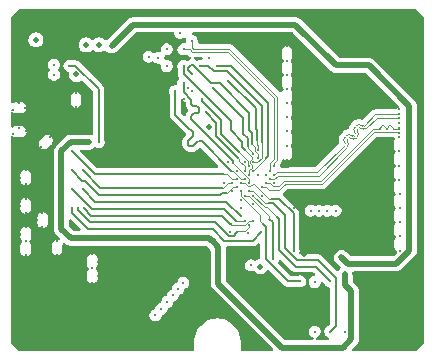
<source format=gbr>
%TF.GenerationSoftware,KiCad,Pcbnew,9.0.2*%
%TF.CreationDate,2025-11-14T17:05:06-08:00*%
%TF.ProjectId,pico2-nx-module,7069636f-322d-46e7-982d-6d6f64756c65,rev?*%
%TF.SameCoordinates,Original*%
%TF.FileFunction,Copper,L3,Inr*%
%TF.FilePolarity,Positive*%
%FSLAX46Y46*%
G04 Gerber Fmt 4.6, Leading zero omitted, Abs format (unit mm)*
G04 Created by KiCad (PCBNEW 9.0.2) date 2025-11-14 17:05:06*
%MOMM*%
%LPD*%
G01*
G04 APERTURE LIST*
%TA.AperFunction,ViaPad*%
%ADD10C,0.254000*%
%TD*%
%TA.AperFunction,ViaPad*%
%ADD11C,0.508000*%
%TD*%
%TA.AperFunction,Conductor*%
%ADD12C,0.156464*%
%TD*%
%TA.AperFunction,Conductor*%
%ADD13C,0.508000*%
%TD*%
%TA.AperFunction,Conductor*%
%ADD14C,0.076200*%
%TD*%
%TA.AperFunction,Conductor*%
%ADD15C,0.106680*%
%TD*%
%TA.AperFunction,Conductor*%
%ADD16C,0.190246*%
%TD*%
%TA.AperFunction,Conductor*%
%ADD17C,0.118618*%
%TD*%
G04 APERTURE END LIST*
D10*
%TO.N,GND*%
X101788460Y-90194400D03*
D11*
X106060000Y-73510000D03*
D10*
X103188460Y-87794400D03*
X133410000Y-82600000D03*
D11*
X121250000Y-73810000D03*
D10*
X103200000Y-85000000D03*
X122812379Y-85278234D03*
X101788460Y-84194400D03*
X103188460Y-84194400D03*
X103835812Y-81362184D03*
X116610000Y-74650000D03*
X123900000Y-74900000D03*
X123900000Y-83300000D03*
X100670000Y-77860000D03*
X105700000Y-89000000D03*
X107400000Y-92506850D03*
X133410000Y-83800000D03*
D11*
X124188800Y-98196800D03*
D10*
X118923292Y-83510467D03*
X123900000Y-82100000D03*
X100658378Y-79920000D03*
X121398166Y-84571127D03*
X106040000Y-78810000D03*
X133420000Y-91000000D03*
X101750000Y-78890000D03*
X119983952Y-86692447D03*
D11*
X102620000Y-75040000D03*
D10*
X100680000Y-81130000D03*
X120337505Y-83510467D03*
X121751719Y-86338894D03*
X133420000Y-86200000D03*
D11*
X105270000Y-77360000D03*
D10*
X104416814Y-90162715D03*
D11*
X130259400Y-93497800D03*
D10*
X133410000Y-85000000D03*
X120621178Y-89516439D03*
X103084000Y-82237666D03*
X123900000Y-77300000D03*
X123900000Y-73700000D03*
X101788460Y-91394400D03*
D11*
X125340768Y-91300000D03*
D10*
X112868822Y-73891178D03*
X115140000Y-78710000D03*
X115130000Y-78198427D03*
X107400000Y-91320000D03*
X119630399Y-84217574D03*
X100660000Y-79110000D03*
X123900000Y-80900000D03*
X114422893Y-74662893D03*
X121044612Y-87046001D03*
X106040023Y-77649129D03*
X113540000Y-83510000D03*
X133410000Y-80200000D03*
X119983952Y-87399554D03*
X104430000Y-91390000D03*
X133410000Y-81400000D03*
X101770000Y-80892931D03*
X133410000Y-79000000D03*
X119276845Y-85985341D03*
X101190000Y-80580000D03*
X129451600Y-93015200D03*
X123900000Y-79700000D03*
X101788460Y-87794400D03*
X133420000Y-88600000D03*
X133420000Y-89800000D03*
X101788460Y-85394400D03*
X123900000Y-76100000D03*
X124500000Y-87390000D03*
X118569739Y-85278234D03*
X133420000Y-87400000D03*
X123900000Y-78500000D03*
X101190000Y-78470000D03*
X101788460Y-88994400D03*
X107410000Y-93700000D03*
D11*
X103940000Y-95370000D03*
D10*
X101810000Y-81856828D03*
X103188460Y-88994400D03*
X101788460Y-86594400D03*
D11*
%TO.N,P5VD_AON*%
X106060001Y-76079997D03*
D10*
%TO.N,Net-(U5-FB)*%
X104160002Y-76085000D03*
%TO.N,P3V3D_FPGA*%
X118079973Y-90700000D03*
X117557707Y-90177734D03*
X128805400Y-93008985D03*
D11*
X107110691Y-81800691D03*
D10*
%TO.N,P1V8D_FPGA*%
X115530000Y-77240000D03*
D11*
X121640768Y-92349286D03*
X117270461Y-80500000D03*
D10*
X114850000Y-72560000D03*
X117251320Y-74662893D03*
X113715786Y-75370000D03*
D11*
X107970000Y-73570000D03*
D10*
X115837107Y-77491320D03*
X112177504Y-74570000D03*
D11*
%TO.N,P1VD_FPGA*%
X102640001Y-73149997D03*
D10*
%TO.N,Net-(U3G-VCCADPHY1)*%
X119080000Y-89390000D03*
D11*
%TO.N,PVIO5_FPGA*%
X106890000Y-73580000D03*
%TO.N,PVIO3_FPGA*%
X109050000Y-73650000D03*
X128506800Y-91567400D03*
D10*
%TO.N,/FPGA/DONE*%
X119630399Y-85631787D03*
X105700000Y-84200000D03*
%TO.N,/FPGA/FPGA_EN*%
X105470000Y-75340000D03*
X107940000Y-81820000D03*
%TO.N,Net-(U5-PG)*%
X104150001Y-75260000D03*
%TO.N,/FPGA/PB52A*%
X127300000Y-87600000D03*
%TO.N,/FPGA/JTAG_EN*%
X120691059Y-88813768D03*
X106200000Y-87400000D03*
%TO.N,/FPGA/TDO*%
X120337506Y-88460215D03*
X105700000Y-85800000D03*
%TO.N,/FPGA/TCK*%
X121710000Y-89450000D03*
X105700000Y-87400000D03*
%TO.N,/FPGA/TDI*%
X106600000Y-85800000D03*
X119983952Y-88106661D03*
%TO.N,/FPGA/TMS*%
X121044612Y-88460215D03*
X106700000Y-87400000D03*
%TO.N,/FPGA/PB52B*%
X122105272Y-84571127D03*
X128000000Y-87600000D03*
%TO.N,Net-(U3A-PT59A{slash}MCLK{slash}PCLKT0_0)*%
X124444060Y-91018071D03*
X119983952Y-85278234D03*
%TO.N,/FPGA/FLASH_CSn*%
X128795400Y-97845602D03*
X113748000Y-95352000D03*
%TO.N,/FPGA/SRAM_CEN*%
X117000000Y-79290000D03*
X113715786Y-73955786D03*
X120337505Y-84217574D03*
%TO.N,/FPGA/SRAM_RSTn*%
X113008680Y-74662893D03*
%TO.N,/FPGA/MOSI*%
X119983952Y-85985341D03*
X124995400Y-93595602D03*
X115100000Y-93727779D03*
%TO.N,/FPGA/SD3*%
X127545400Y-93595602D03*
X114206800Y-94793200D03*
X121044612Y-86338894D03*
%TO.N,/FPGA/SCLK*%
X114665600Y-94234400D03*
X126245400Y-93645602D03*
%TO.N,/FPGA/SD2*%
X112758800Y-96469600D03*
X122700000Y-91694400D03*
X126245400Y-97845602D03*
X120337505Y-86338894D03*
%TO.N,/FPGA/SRAM_DQ7*%
X117958427Y-75370000D03*
X121044612Y-84217574D03*
%TO.N,/FPGA/SRAM_DQ5*%
X121044612Y-82803360D03*
X117605000Y-77245000D03*
%TO.N,/FPGA/SRAM_RW*%
X120691059Y-84571127D03*
X115130000Y-75370000D03*
%TO.N,/FPGA/MISO*%
X120691059Y-85985341D03*
X113266800Y-95910800D03*
X127545400Y-97845602D03*
%TO.N,/FPGA/SRAM_DQ3*%
X115130000Y-76784214D03*
X120691059Y-85278234D03*
%TO.N,/FPGA/SRAM_CLK_P*%
X122458826Y-84217574D03*
X115130000Y-73955786D03*
%TO.N,/FPGA/SRAM_DQ2*%
X120691059Y-83864020D03*
X116700000Y-78190000D03*
%TO.N,/FPGA/SRAM_DQ4*%
X114422893Y-77491320D03*
X120337506Y-84924681D03*
%TO.N,/FPGA/PT65B*%
X120850000Y-92250000D03*
%TO.N,/FPGA/SRAM_DQ6*%
X118910000Y-76610000D03*
X121398166Y-82449807D03*
%TO.N,/FPGA/SRAM_DQ0*%
X115837107Y-76077107D03*
X121398166Y-83156914D03*
%TO.N,/FPGA/SRAM_CLK_N*%
X115837107Y-73248680D03*
X122812379Y-83864020D03*
%TO.N,/FPGA/SRAM_DQ1*%
X121044612Y-83510467D03*
X116544214Y-75370000D03*
%TO.N,/FPGA/PROGRAMn*%
X106600000Y-84200000D03*
X119276845Y-85278234D03*
%TO.N,/FPGA/PT57A*%
X119630399Y-84924681D03*
X105700000Y-82600000D03*
%TO.N,/FPGA/PB50A*%
X125900000Y-87601000D03*
%TO.N,/FPGA/PB50B*%
X126600000Y-87600000D03*
%TO.N,/FPGA/PB58N*%
X133410000Y-79403150D03*
X122812379Y-84571127D03*
%TO.N,/FPGA/PB58P*%
X133410000Y-79796850D03*
X122458826Y-84924680D03*
%TO.N,/FPGA/PB60N*%
X133410000Y-80603150D03*
X122105272Y-85278234D03*
%TO.N,/FPGA/PB60P*%
X133410000Y-80996850D03*
X121751719Y-85631787D03*
%TD*%
D12*
%TO.N,GND*%
X101305600Y-90194400D02*
X101290000Y-90210000D01*
X100660000Y-79110000D02*
X100650661Y-79100661D01*
D13*
%TO.N,P3V3D_FPGA*%
X128805400Y-93872600D02*
X128805400Y-93008985D01*
X105599309Y-81800691D02*
X107110691Y-81800691D01*
X118079973Y-90700000D02*
X118079973Y-93779973D01*
X117557707Y-90177734D02*
X117329973Y-89950000D01*
X118079973Y-90700000D02*
X117509973Y-90130000D01*
X128621200Y-99200000D02*
X129345000Y-98476200D01*
X105570000Y-89950000D02*
X104800000Y-89180000D01*
X129345000Y-94412200D02*
X128805400Y-93872600D01*
X104800000Y-89180000D02*
X104800000Y-82600000D01*
X129345000Y-98476200D02*
X129345000Y-94412200D01*
X104800000Y-82600000D02*
X105599309Y-81800691D01*
X123500000Y-99200000D02*
X128621200Y-99200000D01*
X117329973Y-89950000D02*
X105570000Y-89950000D01*
X118079973Y-93779973D02*
X123500000Y-99200000D01*
%TO.N,PVIO3_FPGA*%
X130830000Y-75310000D02*
X134260000Y-78740000D01*
X129052783Y-92113383D02*
X128506800Y-91567400D01*
X110830000Y-71870000D02*
X124610000Y-71870000D01*
X124610000Y-71870000D02*
X128050000Y-75310000D01*
X128050000Y-75310000D02*
X130830000Y-75310000D01*
X134260000Y-90990000D02*
X133136617Y-92113383D01*
X133136617Y-92113383D02*
X129052783Y-92113383D01*
X134260000Y-78740000D02*
X134260000Y-90990000D01*
X109050000Y-73650000D02*
X110830000Y-71870000D01*
D12*
%TO.N,/FPGA/DONE*%
X105700000Y-84200000D02*
X106560000Y-85060000D01*
D14*
X119630399Y-85631787D02*
X119287735Y-85631787D01*
D12*
X106560000Y-85060000D02*
X106750000Y-85060000D01*
D14*
X119287735Y-85631787D02*
X118819522Y-86100000D01*
D12*
X106750000Y-85060000D02*
X107970000Y-86280000D01*
X118220000Y-86280000D02*
X118400000Y-86100000D01*
X118819522Y-86100000D02*
X118400000Y-86100000D01*
X107970000Y-86280000D02*
X118220000Y-86280000D01*
%TO.N,/FPGA/FPGA_EN*%
X107940000Y-77309129D02*
X105970871Y-75340000D01*
X105970871Y-75340000D02*
X105470000Y-75340000D01*
X107940000Y-81820000D02*
X107940000Y-77309129D01*
%TO.N,/FPGA/JTAG_EN*%
X119390000Y-89730000D02*
X118950000Y-89730000D01*
X119590000Y-89530000D02*
X119390000Y-89730000D01*
X119590000Y-89530000D02*
X119780000Y-89340000D01*
X107190000Y-88570000D02*
X106200000Y-87580000D01*
X117790000Y-88570000D02*
X107190000Y-88570000D01*
D14*
X120691059Y-89018941D02*
X120370000Y-89340000D01*
D12*
X118950000Y-89730000D02*
X117790000Y-88570000D01*
X106200000Y-87580000D02*
X106200000Y-87400000D01*
D14*
X120691059Y-88813768D02*
X120691059Y-89018941D01*
X119780000Y-89340000D02*
X120370000Y-89340000D01*
D12*
%TO.N,/FPGA/TDO*%
X105700000Y-85800000D02*
X107370000Y-87470000D01*
D14*
X119600000Y-88500000D02*
X120297721Y-88500000D01*
D12*
X107370000Y-87470000D02*
X118570000Y-87470000D01*
X118570000Y-87470000D02*
X119600000Y-88500000D01*
D15*
X120297721Y-88500000D02*
X120337506Y-88460215D01*
D12*
%TO.N,/FPGA/TCK*%
X105700000Y-87770000D02*
X105700000Y-87400000D01*
X107080000Y-89150000D02*
X105700000Y-87770000D01*
X121000000Y-90160000D02*
X118600000Y-90160000D01*
X118600000Y-90160000D02*
X117590000Y-89150000D01*
X121710000Y-89450000D02*
X121000000Y-90160000D01*
X117590000Y-89150000D02*
X107080000Y-89150000D01*
%TO.N,/FPGA/TDI*%
X106600000Y-85800000D02*
X107660000Y-86860000D01*
X118737291Y-86860000D02*
X119983952Y-88106661D01*
X107660000Y-86860000D02*
X118737291Y-86860000D01*
D14*
%TO.N,/FPGA/TMS*%
X121044612Y-88460215D02*
X120689785Y-88460215D01*
D12*
X119220000Y-88850000D02*
X119000000Y-88630000D01*
X107330000Y-88030000D02*
X118400000Y-88030000D01*
X118400000Y-88030000D02*
X119000000Y-88630000D01*
X106700000Y-87400000D02*
X107330000Y-88030000D01*
D14*
X120689785Y-88460215D02*
X120300000Y-88850000D01*
X120300000Y-88850000D02*
X119220000Y-88850000D01*
%TO.N,/FPGA/PB52B*%
X122105272Y-84571127D02*
X122105272Y-84494728D01*
%TO.N,Net-(U3A-PT59A{slash}MCLK{slash}PCLKT0_0)*%
X120991576Y-85320380D02*
X120791423Y-85520534D01*
X121075869Y-85320380D02*
X122345489Y-86590000D01*
X121075869Y-85320380D02*
X120991576Y-85320380D01*
X120568916Y-85520534D02*
X120326616Y-85278234D01*
X122345489Y-86590000D02*
X122510000Y-86590000D01*
X120791423Y-85520534D02*
X120568916Y-85520534D01*
D12*
X123210000Y-86590000D02*
X122510000Y-86590000D01*
X124444060Y-87824060D02*
X123210000Y-86590000D01*
D14*
X120326616Y-85278234D02*
X119983952Y-85278234D01*
D12*
X124444060Y-91018071D02*
X124444060Y-87824060D01*
D14*
%TO.N,/FPGA/SRAM_CEN*%
X119860000Y-83265626D02*
X119750000Y-83155626D01*
X120337505Y-84217574D02*
X120337505Y-83853131D01*
X120337505Y-83853131D02*
X119860000Y-83375626D01*
D16*
X119750000Y-83155626D02*
X119750000Y-83150000D01*
X117870000Y-81270000D02*
X119750000Y-83150000D01*
X117870000Y-80160000D02*
X117870000Y-81270000D01*
X117000000Y-79290000D02*
X117870000Y-80160000D01*
D14*
X119860000Y-83375626D02*
X119860000Y-83265626D01*
%TO.N,/FPGA/MOSI*%
X121600000Y-88480000D02*
X121830000Y-88710000D01*
X121600000Y-87965832D02*
X121600000Y-88480000D01*
D12*
X122100000Y-88980000D02*
X121830000Y-88710000D01*
D14*
X119983952Y-86349784D02*
X121600000Y-87965832D01*
D12*
X122100000Y-88980000D02*
X122100000Y-91736059D01*
X123959543Y-93595602D02*
X124995400Y-93595602D01*
D14*
X119983952Y-86349784D02*
X119983952Y-85985341D01*
D12*
X122100000Y-91736059D02*
X123959543Y-93595602D01*
%TO.N,/FPGA/SD3*%
X124630200Y-92380200D02*
X126329998Y-92380200D01*
D14*
X122025718Y-87320000D02*
X121044612Y-86338894D01*
X122180000Y-87320000D02*
X122025718Y-87320000D01*
D12*
X123210000Y-88350000D02*
X123210000Y-90960000D01*
X123020000Y-88160000D02*
X123210000Y-88350000D01*
X123210000Y-90960000D02*
X124630200Y-92380200D01*
D14*
X123020000Y-88160000D02*
X122180000Y-87320000D01*
D12*
X126329998Y-92380200D02*
X127545400Y-93595602D01*
%TO.N,/FPGA/SD2*%
X122700000Y-88600000D02*
X122400000Y-88300000D01*
D14*
X122400000Y-88036946D02*
X122400000Y-88300000D01*
X120337505Y-86338894D02*
X120701948Y-86338894D01*
D12*
X122700000Y-91694400D02*
X122700000Y-88600000D01*
D14*
X120701948Y-86338894D02*
X122400000Y-88036946D01*
D16*
%TO.N,/FPGA/SRAM_DQ7*%
X117958427Y-75370000D02*
X119190000Y-75370000D01*
X122290000Y-82972186D02*
X122100000Y-83162186D01*
X119190000Y-75370000D02*
X122290000Y-78470000D01*
D14*
X121044612Y-84217574D02*
X121880000Y-83382186D01*
D16*
X122290000Y-78470000D02*
X122290000Y-82972186D01*
D14*
X122100000Y-83162186D02*
X121880000Y-83382186D01*
%TO.N,/FPGA/SRAM_DQ5*%
X121044612Y-82803360D02*
X120911262Y-82670010D01*
D16*
X120150000Y-79790000D02*
X117605000Y-77245000D01*
D14*
X120560000Y-82318748D02*
X120560000Y-82140000D01*
D16*
X120150000Y-81090000D02*
X120150000Y-79790000D01*
D14*
X120911262Y-82670010D02*
X120560000Y-82318748D01*
D16*
X120560000Y-81500000D02*
X120150000Y-81090000D01*
X120560000Y-82140000D02*
X120560000Y-81500000D01*
D14*
%TO.N,/FPGA/SRAM_RW*%
X120791423Y-83399213D02*
X120933359Y-83257277D01*
X120914771Y-83034771D02*
X120350000Y-82470000D01*
X120933359Y-83741878D02*
X120791423Y-83599942D01*
D16*
X115130000Y-76000000D02*
X119130000Y-80000000D01*
X115130000Y-75370000D02*
X115130000Y-76000000D01*
D14*
X120933359Y-83257277D02*
X120933359Y-83034771D01*
X120691059Y-84206684D02*
X120933359Y-83964384D01*
D16*
X119130000Y-80779420D02*
X120120580Y-81770000D01*
D14*
X120691059Y-84571127D02*
X120691059Y-84206684D01*
D16*
X119130000Y-80000000D02*
X119130000Y-80779420D01*
X120120580Y-82240580D02*
X120350000Y-82470000D01*
D14*
X120933359Y-83034771D02*
X120914771Y-83034771D01*
D16*
X120120580Y-81770000D02*
X120120580Y-82240580D01*
D14*
X120791423Y-83599942D02*
X120791423Y-83399213D01*
X120933359Y-83964384D02*
X120933359Y-83741878D01*
%TO.N,/FPGA/MISO*%
X122040161Y-86970000D02*
X122270000Y-86970000D01*
D12*
X128024200Y-93294600D02*
X126489832Y-91760232D01*
X123760000Y-88000000D02*
X122730000Y-86970000D01*
X126489832Y-91760232D02*
X124714959Y-91760232D01*
X127545400Y-97845602D02*
X128024200Y-97366802D01*
X123760000Y-90805273D02*
X123760000Y-88000000D01*
X128024200Y-97366802D02*
X128024200Y-93294600D01*
X124714959Y-91760232D02*
X123760000Y-90805273D01*
D14*
X121055502Y-85985341D02*
X122040161Y-86970000D01*
D12*
X122730000Y-86970000D02*
X122270000Y-86970000D01*
D14*
X120691059Y-85985341D02*
X121055502Y-85985341D01*
%TO.N,/FPGA/SRAM_DQ3*%
X120691059Y-84913791D02*
X119330000Y-83552733D01*
D16*
X115800000Y-79620000D02*
X115800000Y-79740000D01*
X115130000Y-77550000D02*
X115800000Y-78220000D01*
X115130000Y-76784214D02*
X115130000Y-77550000D01*
X115800000Y-79850000D02*
X119330000Y-83380000D01*
X115800000Y-79740000D02*
X115800000Y-79740385D01*
X119330000Y-83380000D02*
X119330000Y-83552733D01*
D14*
X120691059Y-85278234D02*
X120691059Y-84913791D01*
D16*
X116243570Y-79380000D02*
X116040000Y-79380000D01*
X116483570Y-79020000D02*
X116483570Y-79140000D01*
X115800000Y-79740385D02*
X115800000Y-79850000D01*
X115800000Y-78220000D02*
X115800000Y-78540000D01*
X116040000Y-78780000D02*
X116243570Y-78780000D01*
X116483570Y-79140000D02*
G75*
G02*
X116243570Y-79379970I-239970J0D01*
G01*
X116243570Y-78780000D02*
G75*
G02*
X116483600Y-79020000I30J-240000D01*
G01*
X115800000Y-78540000D02*
G75*
G03*
X116040000Y-78780000I240000J0D01*
G01*
X116040000Y-79380000D02*
G75*
G03*
X115800000Y-79620000I0J-240000D01*
G01*
D17*
%TO.N,/FPGA/SRAM_CLK_P*%
X122768282Y-78060942D02*
X122768282Y-82760000D01*
D14*
X122458826Y-83579292D02*
X122768282Y-83269836D01*
D17*
X115850396Y-74151734D02*
X117463049Y-74151734D01*
D14*
X122458826Y-84217574D02*
X122458826Y-83579292D01*
D17*
X115654448Y-73955786D02*
X115850396Y-74151734D01*
X115130000Y-73955786D02*
X115654448Y-73955786D01*
X117463049Y-74151734D02*
X117470474Y-74159159D01*
D14*
X122768282Y-83269836D02*
X122768282Y-82760000D01*
D17*
X118866499Y-74159159D02*
X122768282Y-78060942D01*
X117470474Y-74159159D02*
X118866499Y-74159159D01*
D14*
%TO.N,/FPGA/SRAM_DQ2*%
X120579805Y-83410103D02*
X120579805Y-83389805D01*
X120579805Y-83752766D02*
X120579805Y-83410103D01*
D16*
X116700000Y-78190000D02*
X116700000Y-78310000D01*
D14*
X120579805Y-83389805D02*
X119860000Y-82670000D01*
D16*
X118330000Y-81140000D02*
X119860000Y-82670000D01*
X116700000Y-78310000D02*
X118330000Y-79940000D01*
D14*
X120691059Y-83864020D02*
X120579805Y-83752766D01*
D16*
X118330000Y-79940000D02*
X118330000Y-81140000D01*
%TO.N,/FPGA/SRAM_DQ4*%
X116327293Y-81746705D02*
X115962169Y-82111826D01*
D14*
X119994842Y-84924681D02*
X119320161Y-84250000D01*
X120337506Y-84924681D02*
X119994842Y-84924681D01*
D16*
X115622759Y-82111827D02*
X115537906Y-82026974D01*
X115903028Y-80983028D02*
X115818176Y-80898176D01*
X114422893Y-79502893D02*
X114422893Y-77491320D01*
X119170000Y-84250000D02*
X116666705Y-81746705D01*
X115818176Y-80898176D02*
X115504099Y-80584099D01*
D14*
X119320161Y-84250000D02*
X119170000Y-84250000D01*
D16*
X115537906Y-81687562D02*
X115903027Y-81322438D01*
X115504099Y-80584099D02*
X114422893Y-79502893D01*
X115537906Y-82026974D02*
G75*
G02*
X115537938Y-81687594I169694J169674D01*
G01*
X116666705Y-81746705D02*
G75*
G03*
X116327293Y-81746705I-169706J-169701D01*
G01*
X115903027Y-81322438D02*
G75*
G03*
X115903061Y-80982996I-169727J169738D01*
G01*
X115962169Y-82111826D02*
G75*
G02*
X115622795Y-82111791I-169669J169726D01*
G01*
D14*
%TO.N,/FPGA/SRAM_DQ6*%
X121340000Y-82020000D02*
X121340000Y-81660000D01*
X121398166Y-82449807D02*
X121398166Y-82078166D01*
D16*
X118910000Y-76610000D02*
X121230000Y-78930000D01*
X121230000Y-80670000D02*
X121340000Y-80780000D01*
X121340000Y-80780000D02*
X121340000Y-81660000D01*
X121230000Y-80510000D02*
X121230000Y-80670000D01*
D14*
X121398166Y-82078166D02*
X121340000Y-82020000D01*
D16*
X121230000Y-78930000D02*
X121230000Y-80510000D01*
D14*
%TO.N,/FPGA/SRAM_DQ0*%
X121398166Y-83156914D02*
X121398166Y-82814250D01*
D16*
X115770000Y-75280000D02*
X115930000Y-75280000D01*
X117480000Y-76830000D02*
X118190000Y-76830000D01*
X118190000Y-76830000D02*
X118210000Y-76830000D01*
D14*
X121155866Y-82571950D02*
X121155866Y-82349443D01*
X121398166Y-82814250D02*
X121155866Y-82571950D01*
D16*
X120700000Y-80810000D02*
X120860000Y-80970000D01*
D14*
X121155866Y-82349443D02*
X121155866Y-82255866D01*
D16*
X118210000Y-76830000D02*
X120700000Y-79320000D01*
X115930000Y-75280000D02*
X117480000Y-76830000D01*
X115837107Y-76077107D02*
X115490000Y-75730000D01*
X120900000Y-81010000D02*
X120900000Y-82000000D01*
X120860000Y-80970000D02*
X120900000Y-81010000D01*
X120700000Y-79320000D02*
X120700000Y-80810000D01*
X115490000Y-75560000D02*
X115770000Y-75280000D01*
D14*
X121155866Y-82255866D02*
X120900000Y-82000000D01*
D16*
X115490000Y-75730000D02*
X115490000Y-75560000D01*
D17*
%TO.N,/FPGA/SRAM_CLK_N*%
X115837107Y-73248680D02*
X115837107Y-73773127D01*
X115837107Y-73773127D02*
X115964821Y-73900841D01*
D14*
X122812379Y-83569503D02*
X123026600Y-83355282D01*
D17*
X123026600Y-77953940D02*
X123026600Y-82760000D01*
D14*
X122812379Y-83569503D02*
X122812379Y-83864020D01*
D17*
X115964821Y-73900841D02*
X118973501Y-73900841D01*
D14*
X123026600Y-83355282D02*
X123026600Y-82760000D01*
D17*
X118973501Y-73900841D02*
X123026600Y-77953940D01*
D14*
%TO.N,/FPGA/SRAM_DQ1*%
X121044612Y-83510467D02*
X121387277Y-83510467D01*
D16*
X117240000Y-75370000D02*
X117700000Y-75830000D01*
X118830000Y-75830000D02*
X121750000Y-78750000D01*
X116544214Y-75370000D02*
X117240000Y-75370000D01*
D14*
X121387277Y-83510467D02*
X121750000Y-83147744D01*
D16*
X121750000Y-78750000D02*
X121750000Y-81770000D01*
X117700000Y-75830000D02*
X118830000Y-75830000D01*
D14*
X121750000Y-83147744D02*
X121750000Y-81770000D01*
%TO.N,/FPGA/PROGRAMn*%
X119276845Y-85278234D02*
X118912403Y-85278234D01*
X118912403Y-85278234D02*
X118490637Y-85700000D01*
D12*
X106600000Y-84200000D02*
X108100000Y-85700000D01*
X108100000Y-85700000D02*
X118400000Y-85700000D01*
X118490637Y-85700000D02*
X118400000Y-85700000D01*
D14*
%TO.N,/FPGA/PT57A*%
X118841276Y-84500000D02*
X118600000Y-84500000D01*
D16*
X107600000Y-84500000D02*
X118600000Y-84500000D01*
D14*
X119265957Y-84924681D02*
X118841276Y-84500000D01*
D16*
X105700000Y-82600000D02*
X107600000Y-84500000D01*
D14*
X119630399Y-84924681D02*
X119265957Y-84924681D01*
D17*
%TO.N,/FPGA/PB58N*%
X131366499Y-79470841D02*
X130416017Y-80421323D01*
X133410000Y-79403150D02*
X133342309Y-79470841D01*
D14*
X123004908Y-84378598D02*
X124161653Y-84378598D01*
D17*
X128635147Y-82202193D02*
X126458742Y-84378598D01*
X129410736Y-81269852D02*
X129410304Y-81269420D01*
X130259265Y-80421323D02*
X130258849Y-80420907D01*
X133342309Y-79470841D02*
X131366499Y-79470841D01*
X129567488Y-81269851D02*
X129567488Y-81269852D01*
X129736778Y-80420907D02*
X129651925Y-80505759D01*
X128888233Y-81269420D02*
X128803380Y-81354272D01*
X128803380Y-81876343D02*
X128803811Y-81876774D01*
D14*
X122812379Y-84571127D02*
X123004908Y-84378598D01*
D17*
X129651925Y-81027830D02*
X129652340Y-81028245D01*
X126458742Y-84378598D02*
X124161653Y-84378598D01*
X128803811Y-82033525D02*
X128718959Y-82118380D01*
X128718959Y-82118380D02*
X128635147Y-82202193D01*
X129652340Y-81184996D02*
X129567488Y-81269851D01*
X130258849Y-80420907D02*
G75*
G03*
X129736779Y-80420907I-261035J-261034D01*
G01*
X129652340Y-81028245D02*
G75*
G02*
X129652320Y-81184975I-78340J-78355D01*
G01*
X129410304Y-81269420D02*
G75*
G03*
X128888232Y-81269419I-261036J-261034D01*
G01*
X129567488Y-81269852D02*
G75*
G02*
X129410736Y-81269852I-78376J78377D01*
G01*
X128803380Y-81354272D02*
G75*
G03*
X128803387Y-81876335I261020J-261028D01*
G01*
X129651925Y-80505759D02*
G75*
G03*
X129651919Y-81027835I261075J-261041D01*
G01*
X128803811Y-81876774D02*
G75*
G02*
X128803762Y-82033476I-78411J-78326D01*
G01*
X130416017Y-80421323D02*
G75*
G02*
X130259265Y-80421323I-78376J78377D01*
G01*
D14*
%TO.N,/FPGA/PB58P*%
X122458826Y-84924680D02*
X122801490Y-84924680D01*
D17*
X130598677Y-80603983D02*
X130598676Y-80603982D01*
D14*
X123089254Y-84636916D02*
X124161653Y-84636916D01*
D17*
X133342309Y-79729159D02*
X131473501Y-79729159D01*
X130076605Y-80603982D02*
X130076189Y-80603566D01*
X128986040Y-81693683D02*
X128986471Y-81694114D01*
X131473501Y-79729159D02*
X130598677Y-80603983D01*
D14*
X122801490Y-84924680D02*
X123089254Y-84636916D01*
D17*
X129834585Y-80845170D02*
X129835000Y-80845585D01*
X129228076Y-81452511D02*
X129227644Y-81452079D01*
X129070893Y-81452079D02*
X128986040Y-81536931D01*
X128901619Y-82301040D02*
X128817807Y-82384853D01*
X128817807Y-82384853D02*
X126565744Y-84636916D01*
X129919438Y-80603566D02*
X129834585Y-80688418D01*
X129835000Y-81367656D02*
X129750148Y-81452511D01*
X128986471Y-82216185D02*
X128901619Y-82301040D01*
X133410000Y-79796850D02*
X133342309Y-79729159D01*
X126565744Y-84636916D02*
X124161653Y-84636916D01*
X129750148Y-81452511D02*
X129750147Y-81452511D01*
X128986040Y-81536931D02*
G75*
G03*
X128986047Y-81693676I78360J-78369D01*
G01*
X128986471Y-81694114D02*
G75*
G02*
X128986422Y-82216136I-261071J-260986D01*
G01*
X130598676Y-80603982D02*
G75*
G02*
X130076606Y-80603982I-261035J261034D01*
G01*
X129834585Y-80688418D02*
G75*
G03*
X129834579Y-80845176I78415J-78382D01*
G01*
X129835000Y-80845585D02*
G75*
G02*
X129834980Y-81367635I-261000J-261015D01*
G01*
X130076189Y-80603566D02*
G75*
G03*
X129919439Y-80603566I-78375J-78373D01*
G01*
X129750147Y-81452511D02*
G75*
G02*
X129228075Y-81452512I-261036J261034D01*
G01*
X129227644Y-81452079D02*
G75*
G03*
X129070894Y-81452079I-78375J-78373D01*
G01*
%TO.N,/FPGA/PB60N*%
X131871961Y-80490851D02*
X131871961Y-80550841D01*
X133410000Y-80603150D02*
X133342309Y-80670841D01*
X132171961Y-80550841D02*
X132171961Y-80490851D01*
D14*
X122105272Y-85278234D02*
X122469715Y-85278234D01*
D17*
X133342309Y-80670841D02*
X132891961Y-80670841D01*
D14*
X122469715Y-85278234D02*
X122712015Y-85520534D01*
D17*
X131139504Y-80690314D02*
X126749434Y-85080384D01*
X132051961Y-80370851D02*
X131991961Y-80370851D01*
X132771961Y-80550841D02*
X132771961Y-80490851D01*
D14*
X123226806Y-85520534D02*
X123468670Y-85278670D01*
D17*
X131691961Y-80670841D02*
X131158977Y-80670841D01*
X132651961Y-80370851D02*
X132591961Y-80370851D01*
X132351961Y-80670841D02*
X132291961Y-80670841D01*
D14*
X122712015Y-85520534D02*
X123226806Y-85520534D01*
D17*
X132471961Y-80490851D02*
X132471961Y-80550841D01*
X131158977Y-80670841D02*
X131139504Y-80690314D01*
X131751961Y-80670841D02*
X131691961Y-80670841D01*
X126749434Y-85080384D02*
X123666956Y-85080384D01*
X123666956Y-85080384D02*
X123468670Y-85278670D01*
X132891961Y-80670841D02*
G75*
G02*
X132771959Y-80550841I39J120041D01*
G01*
X132471961Y-80550841D02*
G75*
G02*
X132351961Y-80670761I-119961J41D01*
G01*
X132771961Y-80490851D02*
G75*
G03*
X132651961Y-80370939I-119961J-49D01*
G01*
X131991961Y-80370851D02*
G75*
G03*
X131871951Y-80490851I39J-120049D01*
G01*
X132591961Y-80370851D02*
G75*
G03*
X132471951Y-80490851I39J-120049D01*
G01*
X132291961Y-80670841D02*
G75*
G02*
X132171959Y-80550841I39J120041D01*
G01*
X131871961Y-80550841D02*
G75*
G02*
X131751961Y-80670761I-119961J41D01*
G01*
X132171961Y-80490851D02*
G75*
G03*
X132051961Y-80370939I-119961J-49D01*
G01*
%TO.N,/FPGA/PB60P*%
X123773978Y-85338682D02*
X123651330Y-85461330D01*
X131265947Y-80929159D02*
X126856424Y-85338682D01*
D14*
X121751719Y-85631787D02*
X122111787Y-85631787D01*
D17*
X133342309Y-80929159D02*
X131265947Y-80929159D01*
X126856424Y-85338682D02*
X123773978Y-85338682D01*
D14*
X122111787Y-85631787D02*
X122360000Y-85880000D01*
X123232660Y-85880000D02*
X123651330Y-85461330D01*
D17*
X133410000Y-80996850D02*
X133342309Y-80929159D01*
D14*
X122360000Y-85880000D02*
X123232660Y-85880000D01*
%TD*%
%TA.AperFunction,Conductor*%
%TO.N,GND*%
G36*
X134805049Y-70528185D02*
G01*
X134825691Y-70544819D01*
X135455181Y-71174308D01*
X135488666Y-71235631D01*
X135491500Y-71261989D01*
X135491500Y-98738010D01*
X135471815Y-98805049D01*
X135455181Y-98825691D01*
X134825691Y-99455181D01*
X134764368Y-99488666D01*
X134738010Y-99491500D01*
X129527795Y-99491500D01*
X129460756Y-99471815D01*
X129415001Y-99419011D01*
X129405057Y-99349853D01*
X129434082Y-99286297D01*
X129440114Y-99279819D01*
X129838622Y-98881311D01*
X129838625Y-98881308D01*
X129908173Y-98777222D01*
X129956078Y-98661569D01*
X129980500Y-98538791D01*
X129980500Y-98413609D01*
X129980500Y-94349609D01*
X129956078Y-94226831D01*
X129925953Y-94154102D01*
X129908176Y-94111184D01*
X129908169Y-94111171D01*
X129838626Y-94007093D01*
X129795009Y-93963476D01*
X129750108Y-93918575D01*
X129477219Y-93645686D01*
X129443734Y-93584363D01*
X129440900Y-93558005D01*
X129440900Y-92946393D01*
X129440899Y-92946390D01*
X129437768Y-92930651D01*
X129431090Y-92897074D01*
X129437317Y-92827483D01*
X129480180Y-92772306D01*
X129546070Y-92749061D01*
X129552707Y-92748883D01*
X133199209Y-92748883D01*
X133199210Y-92748882D01*
X133321986Y-92724461D01*
X133437639Y-92676556D01*
X133541725Y-92607008D01*
X134753625Y-91395108D01*
X134823173Y-91291022D01*
X134871078Y-91175369D01*
X134895500Y-91052591D01*
X134895500Y-90927409D01*
X134895500Y-78808725D01*
X134895501Y-78808704D01*
X134895501Y-78677407D01*
X134884502Y-78622116D01*
X134871078Y-78554632D01*
X134865018Y-78540000D01*
X134833165Y-78463101D01*
X134823174Y-78438980D01*
X134823169Y-78438971D01*
X134753625Y-78334892D01*
X134753622Y-78334888D01*
X134660789Y-78242055D01*
X134660766Y-78242034D01*
X131235111Y-74816377D01*
X131235107Y-74816374D01*
X131131028Y-74746830D01*
X131131015Y-74746823D01*
X131015373Y-74698923D01*
X131015361Y-74698920D01*
X130892595Y-74674500D01*
X130892591Y-74674500D01*
X128364595Y-74674500D01*
X128297556Y-74654815D01*
X128276914Y-74638181D01*
X125015111Y-71376377D01*
X125015107Y-71376374D01*
X124911028Y-71306830D01*
X124911015Y-71306823D01*
X124795373Y-71258923D01*
X124795361Y-71258920D01*
X124672595Y-71234500D01*
X124672591Y-71234500D01*
X110892591Y-71234500D01*
X110767409Y-71234500D01*
X110767404Y-71234500D01*
X110644638Y-71258920D01*
X110644626Y-71258923D01*
X110528984Y-71306823D01*
X110528971Y-71306830D01*
X110424892Y-71376374D01*
X110424888Y-71376377D01*
X108637681Y-73163585D01*
X108576358Y-73197070D01*
X108506666Y-73192086D01*
X108462319Y-73163585D01*
X108375111Y-73076377D01*
X108375107Y-73076374D01*
X108271028Y-73006830D01*
X108271015Y-73006823D01*
X108155373Y-72958923D01*
X108155361Y-72958920D01*
X108032595Y-72934500D01*
X108032591Y-72934500D01*
X107907409Y-72934500D01*
X107907404Y-72934500D01*
X107784638Y-72958920D01*
X107784626Y-72958923D01*
X107668984Y-73006823D01*
X107668971Y-73006830D01*
X107564892Y-73076374D01*
X107564888Y-73076377D01*
X107512681Y-73128585D01*
X107451358Y-73162070D01*
X107381666Y-73157086D01*
X107337319Y-73128585D01*
X107295111Y-73086377D01*
X107295107Y-73086374D01*
X107191028Y-73016830D01*
X107191015Y-73016823D01*
X107075373Y-72968923D01*
X107075361Y-72968920D01*
X106952595Y-72944500D01*
X106952591Y-72944500D01*
X106827409Y-72944500D01*
X106827404Y-72944500D01*
X106704638Y-72968920D01*
X106704626Y-72968923D01*
X106588984Y-73016823D01*
X106588971Y-73016830D01*
X106484892Y-73086374D01*
X106484888Y-73086377D01*
X106396377Y-73174888D01*
X106396374Y-73174892D01*
X106326830Y-73278971D01*
X106326823Y-73278984D01*
X106278923Y-73394626D01*
X106278920Y-73394638D01*
X106254500Y-73517404D01*
X106254500Y-73642595D01*
X106278920Y-73765361D01*
X106278923Y-73765373D01*
X106326823Y-73881015D01*
X106326830Y-73881028D01*
X106396374Y-73985107D01*
X106396377Y-73985111D01*
X106484888Y-74073622D01*
X106484892Y-74073625D01*
X106588971Y-74143169D01*
X106588984Y-74143176D01*
X106680491Y-74181079D01*
X106704631Y-74191078D01*
X106827404Y-74215499D01*
X106827408Y-74215500D01*
X106827409Y-74215500D01*
X106952592Y-74215500D01*
X106952593Y-74215499D01*
X107075369Y-74191078D01*
X107191022Y-74143173D01*
X107295108Y-74073625D01*
X107347320Y-74021412D01*
X107408639Y-73987929D01*
X107478331Y-73992912D01*
X107522680Y-74021414D01*
X107564888Y-74063622D01*
X107564892Y-74063625D01*
X107668971Y-74133169D01*
X107668984Y-74133176D01*
X107741969Y-74163407D01*
X107784631Y-74181078D01*
X107907404Y-74205499D01*
X107907408Y-74205500D01*
X107907409Y-74205500D01*
X108032592Y-74205500D01*
X108032593Y-74205499D01*
X108155369Y-74181078D01*
X108271022Y-74133173D01*
X108375108Y-74063625D01*
X108382314Y-74056418D01*
X108443630Y-74022931D01*
X108513322Y-74027909D01*
X108557680Y-74056414D01*
X108644888Y-74143622D01*
X108644892Y-74143625D01*
X108748971Y-74213169D01*
X108748984Y-74213176D01*
X108838084Y-74250082D01*
X108864631Y-74261078D01*
X108958829Y-74279815D01*
X108987404Y-74285499D01*
X108987408Y-74285500D01*
X108987409Y-74285500D01*
X109112592Y-74285500D01*
X109112593Y-74285499D01*
X109235369Y-74261078D01*
X109351022Y-74213173D01*
X109455108Y-74143625D01*
X111056914Y-72541819D01*
X111118237Y-72508334D01*
X111144595Y-72505500D01*
X114217500Y-72505500D01*
X114284539Y-72525185D01*
X114330294Y-72577989D01*
X114339225Y-72619044D01*
X114340439Y-72618885D01*
X114341500Y-72626944D01*
X114341500Y-72626945D01*
X114376153Y-72756274D01*
X114443099Y-72872226D01*
X114537774Y-72966901D01*
X114653726Y-73033847D01*
X114783055Y-73068500D01*
X114783057Y-73068500D01*
X114916943Y-73068500D01*
X114916945Y-73068500D01*
X115046274Y-73033847D01*
X115162226Y-72966901D01*
X115162228Y-72966898D01*
X115167898Y-72963625D01*
X115235798Y-72947151D01*
X115301825Y-72970002D01*
X115345017Y-73024923D01*
X115351660Y-73094476D01*
X115349675Y-73103103D01*
X115328607Y-73181733D01*
X115328607Y-73323286D01*
X115308922Y-73390325D01*
X115256118Y-73436080D01*
X115204607Y-73447286D01*
X115063055Y-73447286D01*
X114933725Y-73481939D01*
X114817774Y-73548885D01*
X114817771Y-73548887D01*
X114723101Y-73643557D01*
X114723099Y-73643560D01*
X114656153Y-73759511D01*
X114639377Y-73822122D01*
X114621500Y-73888841D01*
X114621500Y-74022731D01*
X114656153Y-74152060D01*
X114723099Y-74268012D01*
X114817774Y-74362687D01*
X114933726Y-74429633D01*
X115063055Y-74464286D01*
X115063057Y-74464286D01*
X115196943Y-74464286D01*
X115196945Y-74464286D01*
X115326274Y-74429633D01*
X115330779Y-74427031D01*
X115354722Y-74413209D01*
X115370209Y-74409058D01*
X115381788Y-74401618D01*
X115416723Y-74396595D01*
X115420497Y-74396595D01*
X115487536Y-74416280D01*
X115508178Y-74432914D01*
X115579733Y-74504469D01*
X115680250Y-74562503D01*
X115696220Y-74566782D01*
X115755878Y-74603143D01*
X115786409Y-74665989D01*
X115778117Y-74735365D01*
X115733633Y-74789244D01*
X115696222Y-74806330D01*
X115611648Y-74828992D01*
X115611647Y-74828993D01*
X115589329Y-74834974D01*
X115586026Y-74835859D01*
X115470308Y-74902669D01*
X115469192Y-74900736D01*
X115414847Y-74921735D01*
X115346405Y-74907684D01*
X115342554Y-74905551D01*
X115326279Y-74896155D01*
X115326276Y-74896154D01*
X115326275Y-74896153D01*
X115326274Y-74896153D01*
X115196945Y-74861500D01*
X115063055Y-74861500D01*
X114933725Y-74896153D01*
X114817774Y-74963099D01*
X114817771Y-74963101D01*
X114723101Y-75057771D01*
X114723099Y-75057774D01*
X114656153Y-75173725D01*
X114650974Y-75193055D01*
X114621500Y-75303055D01*
X114621500Y-75436945D01*
X114643804Y-75520185D01*
X114649152Y-75540144D01*
X114653377Y-75572237D01*
X114653377Y-75929638D01*
X114653376Y-75929656D01*
X114653376Y-75937251D01*
X114653376Y-76062749D01*
X114656295Y-76073642D01*
X114673244Y-76136897D01*
X114685857Y-76183967D01*
X114685858Y-76183970D01*
X114748606Y-76292654D01*
X114748609Y-76292657D01*
X114749191Y-76293415D01*
X114749486Y-76294178D01*
X114752670Y-76299693D01*
X114751810Y-76300189D01*
X114774388Y-76358583D01*
X114760352Y-76427029D01*
X114738501Y-76456585D01*
X114723102Y-76471984D01*
X114723099Y-76471988D01*
X114656153Y-76587939D01*
X114621500Y-76717269D01*
X114621500Y-76858820D01*
X114601815Y-76925859D01*
X114549011Y-76971614D01*
X114497500Y-76982820D01*
X114355948Y-76982820D01*
X114226618Y-77017473D01*
X114110667Y-77084419D01*
X114110664Y-77084421D01*
X114015994Y-77179091D01*
X114015992Y-77179094D01*
X113949046Y-77295045D01*
X113940656Y-77326358D01*
X113914393Y-77424375D01*
X113914393Y-77558265D01*
X113937069Y-77642893D01*
X113942045Y-77661464D01*
X113946270Y-77693557D01*
X113946270Y-79432531D01*
X113946269Y-79432549D01*
X113946269Y-79565642D01*
X113968161Y-79647345D01*
X113978749Y-79686858D01*
X113978751Y-79686863D01*
X113992728Y-79711073D01*
X114041498Y-79795545D01*
X114041500Y-79795548D01*
X114137304Y-79891352D01*
X114137310Y-79891357D01*
X115118364Y-80872410D01*
X115118385Y-80872433D01*
X115311004Y-81065052D01*
X115315337Y-81072988D01*
X115322577Y-81078406D01*
X115331819Y-81103173D01*
X115344489Y-81126375D01*
X115343844Y-81135393D01*
X115347006Y-81143866D01*
X115341390Y-81169698D01*
X115339505Y-81196067D01*
X115333692Y-81205112D01*
X115332165Y-81212141D01*
X115311040Y-81240365D01*
X115311019Y-81240399D01*
X115305783Y-81245636D01*
X115156511Y-81394910D01*
X115156441Y-81395028D01*
X115151045Y-81400427D01*
X115072604Y-81517793D01*
X115072603Y-81517793D01*
X115018568Y-81648204D01*
X114991015Y-81786649D01*
X114991001Y-81927811D01*
X114991001Y-81927812D01*
X115018529Y-82066265D01*
X115045845Y-82132225D01*
X115072540Y-82196688D01*
X115150958Y-82314065D01*
X115156502Y-82319609D01*
X115156512Y-82319627D01*
X115205880Y-82368995D01*
X115205882Y-82368997D01*
X115205883Y-82368999D01*
X115251597Y-82414719D01*
X115251656Y-82414770D01*
X115335279Y-82498393D01*
X115335658Y-82498704D01*
X115453013Y-82577128D01*
X115453016Y-82577130D01*
X115583417Y-82631155D01*
X115721851Y-82658704D01*
X115862966Y-82658718D01*
X115862997Y-82658719D01*
X115862997Y-82658718D01*
X115862999Y-82658719D01*
X115972765Y-82636899D01*
X116001430Y-82631201D01*
X116001431Y-82631200D01*
X116001439Y-82631199D01*
X116131851Y-82577201D01*
X116249224Y-82498801D01*
X116254784Y-82493241D01*
X116254821Y-82493221D01*
X116299136Y-82448906D01*
X116343513Y-82404544D01*
X116343515Y-82404539D01*
X116349775Y-82398282D01*
X116349877Y-82398164D01*
X116379046Y-82368995D01*
X116409317Y-82338723D01*
X116470639Y-82305240D01*
X116540331Y-82310224D01*
X116584678Y-82338725D01*
X118057649Y-83811696D01*
X118091134Y-83873019D01*
X118086150Y-83942711D01*
X118044278Y-83998644D01*
X117978814Y-84023061D01*
X117969968Y-84023377D01*
X107848786Y-84023377D01*
X107781747Y-84003692D01*
X107761105Y-83987058D01*
X106421919Y-82647872D01*
X106388434Y-82586549D01*
X106393418Y-82516857D01*
X106435290Y-82460924D01*
X106500754Y-82436507D01*
X106509600Y-82436191D01*
X107173283Y-82436191D01*
X107173284Y-82436190D01*
X107296060Y-82411769D01*
X107407278Y-82365701D01*
X107411706Y-82363867D01*
X107411706Y-82363866D01*
X107411713Y-82363864D01*
X107515799Y-82294316D01*
X107532242Y-82277873D01*
X107593564Y-82244386D01*
X107663256Y-82249369D01*
X107681919Y-82258162D01*
X107713286Y-82276272D01*
X107743723Y-82293846D01*
X107743725Y-82293846D01*
X107743726Y-82293847D01*
X107873055Y-82328500D01*
X107873057Y-82328500D01*
X108006943Y-82328500D01*
X108006945Y-82328500D01*
X108136274Y-82293847D01*
X108252226Y-82226901D01*
X108346901Y-82132226D01*
X108413847Y-82016274D01*
X108448500Y-81886945D01*
X108448500Y-81753055D01*
X108413847Y-81623726D01*
X108413843Y-81623719D01*
X108410736Y-81616216D01*
X108412927Y-81615308D01*
X108399732Y-81566052D01*
X108399732Y-77248606D01*
X108399732Y-77248604D01*
X108368402Y-77131679D01*
X108307877Y-77026847D01*
X108222282Y-76941252D01*
X106253153Y-74972123D01*
X106148321Y-74911598D01*
X106031396Y-74880268D01*
X106031394Y-74880268D01*
X105723947Y-74880268D01*
X105674693Y-74867068D01*
X105673784Y-74869264D01*
X105666276Y-74866154D01*
X105666274Y-74866153D01*
X105536945Y-74831500D01*
X105403055Y-74831500D01*
X105273725Y-74866153D01*
X105157774Y-74933099D01*
X105157771Y-74933101D01*
X105063101Y-75027771D01*
X105063099Y-75027774D01*
X104996153Y-75143725D01*
X104982935Y-75193057D01*
X104961500Y-75273055D01*
X104961500Y-75406945D01*
X104996153Y-75536274D01*
X105063099Y-75652226D01*
X105157774Y-75746901D01*
X105273726Y-75813847D01*
X105343133Y-75832444D01*
X105402791Y-75868807D01*
X105433321Y-75931654D01*
X105432656Y-75976408D01*
X105424501Y-76017407D01*
X105424501Y-76142592D01*
X105448921Y-76265358D01*
X105448924Y-76265370D01*
X105496824Y-76381012D01*
X105496831Y-76381025D01*
X105566375Y-76485104D01*
X105566378Y-76485108D01*
X105654889Y-76573619D01*
X105654893Y-76573622D01*
X105758972Y-76643166D01*
X105758985Y-76643173D01*
X105847448Y-76679815D01*
X105874632Y-76691075D01*
X105997405Y-76715496D01*
X105997409Y-76715497D01*
X105997410Y-76715497D01*
X106122593Y-76715497D01*
X106122594Y-76715496D01*
X106245370Y-76691075D01*
X106361023Y-76643170D01*
X106433982Y-76594420D01*
X106500657Y-76573542D01*
X106568037Y-76592026D01*
X106590553Y-76609841D01*
X107443949Y-77463237D01*
X107477434Y-77524560D01*
X107480268Y-77550918D01*
X107480268Y-81080335D01*
X107460583Y-81147374D01*
X107407779Y-81193129D01*
X107338621Y-81203073D01*
X107308818Y-81194897D01*
X107296064Y-81189614D01*
X107296052Y-81189611D01*
X107173286Y-81165191D01*
X107173282Y-81165191D01*
X105536718Y-81165191D01*
X105536713Y-81165191D01*
X105413947Y-81189611D01*
X105413935Y-81189614D01*
X105298289Y-81237516D01*
X105206410Y-81298907D01*
X105206410Y-81298908D01*
X105198288Y-81304334D01*
X105194199Y-81307067D01*
X105194198Y-81307068D01*
X104780206Y-81721061D01*
X104394892Y-82106375D01*
X104369750Y-82131517D01*
X104306373Y-82194893D01*
X104236830Y-82298971D01*
X104236823Y-82298984D01*
X104188923Y-82414626D01*
X104188920Y-82414638D01*
X104164500Y-82537404D01*
X104164500Y-89242595D01*
X104188920Y-89365361D01*
X104188923Y-89365373D01*
X104236823Y-89481015D01*
X104236830Y-89481028D01*
X104306374Y-89585107D01*
X104306377Y-89585111D01*
X104604166Y-89882899D01*
X104637651Y-89944222D01*
X104632667Y-90013913D01*
X104590796Y-90069847D01*
X104525331Y-90094264D01*
X104494293Y-90091301D01*
X104494216Y-90091890D01*
X104486159Y-90090829D01*
X104365645Y-90090829D01*
X104335088Y-90099017D01*
X104249235Y-90122021D01*
X104249230Y-90122024D01*
X104144874Y-90182273D01*
X104144866Y-90182279D01*
X104059652Y-90267493D01*
X104059646Y-90267501D01*
X103999397Y-90371857D01*
X103999394Y-90371862D01*
X103984758Y-90426485D01*
X103968202Y-90488272D01*
X103968202Y-90608786D01*
X103986398Y-90676693D01*
X103996203Y-90713285D01*
X103996203Y-90777472D01*
X103968202Y-90881972D01*
X103968202Y-91002486D01*
X103982838Y-91057107D01*
X103999394Y-91118895D01*
X103999397Y-91118900D01*
X104059646Y-91223256D01*
X104059650Y-91223261D01*
X104059651Y-91223263D01*
X104144868Y-91308480D01*
X104144870Y-91308481D01*
X104144874Y-91308484D01*
X104239475Y-91363101D01*
X104249237Y-91368737D01*
X104365645Y-91399929D01*
X104365647Y-91399929D01*
X104486157Y-91399929D01*
X104486159Y-91399929D01*
X104602567Y-91368737D01*
X104706936Y-91308480D01*
X104792153Y-91223263D01*
X104852410Y-91118894D01*
X104883602Y-91002486D01*
X104883602Y-90881972D01*
X104855601Y-90777472D01*
X104855601Y-90713284D01*
X104865406Y-90676693D01*
X104883602Y-90608786D01*
X104883602Y-90488272D01*
X104883601Y-90488271D01*
X104882541Y-90480215D01*
X104884315Y-90479981D01*
X104885738Y-90420190D01*
X104924899Y-90362327D01*
X104989128Y-90334822D01*
X105058030Y-90346408D01*
X105091528Y-90370261D01*
X105141452Y-90420185D01*
X105164893Y-90443626D01*
X105268971Y-90513169D01*
X105268984Y-90513176D01*
X105384626Y-90561076D01*
X105384631Y-90561078D01*
X105507404Y-90585499D01*
X105507408Y-90585500D01*
X105507409Y-90585500D01*
X117015378Y-90585500D01*
X117082417Y-90605185D01*
X117103059Y-90621819D01*
X117408154Y-90926914D01*
X117441639Y-90988237D01*
X117444473Y-91014595D01*
X117444473Y-93842568D01*
X117468893Y-93965334D01*
X117468896Y-93965346D01*
X117516796Y-94080988D01*
X117516803Y-94081001D01*
X117586347Y-94185080D01*
X117586350Y-94185084D01*
X122681086Y-99279819D01*
X122714571Y-99341142D01*
X122709587Y-99410834D01*
X122667715Y-99466767D01*
X122602251Y-99491184D01*
X122593405Y-99491500D01*
X120082500Y-99491500D01*
X120015461Y-99471815D01*
X119969706Y-99419011D01*
X119958500Y-99367500D01*
X119958500Y-98566034D01*
X119947954Y-98489311D01*
X119922016Y-98300600D01*
X119849730Y-98042606D01*
X119813710Y-97959680D01*
X119742987Y-97796858D01*
X119603776Y-97567937D01*
X119603774Y-97567933D01*
X119603771Y-97567929D01*
X119603769Y-97567926D01*
X119434693Y-97360103D01*
X119434691Y-97360101D01*
X119434687Y-97360096D01*
X119238874Y-97177220D01*
X119238871Y-97177218D01*
X119238867Y-97177214D01*
X119019990Y-97022714D01*
X119019984Y-97022710D01*
X118782088Y-96899443D01*
X118529637Y-96809721D01*
X118529634Y-96809720D01*
X118365043Y-96775518D01*
X118267305Y-96755208D01*
X118267303Y-96755207D01*
X118267299Y-96755207D01*
X118000000Y-96736924D01*
X117732700Y-96755207D01*
X117470365Y-96809720D01*
X117470362Y-96809721D01*
X117217911Y-96899443D01*
X116980015Y-97022710D01*
X116980009Y-97022714D01*
X116761132Y-97177214D01*
X116670750Y-97261624D01*
X116584497Y-97342180D01*
X116565306Y-97360103D01*
X116396230Y-97567926D01*
X116396223Y-97567937D01*
X116257012Y-97796858D01*
X116150270Y-98042604D01*
X116077985Y-98300593D01*
X116077984Y-98300600D01*
X116041500Y-98566034D01*
X116041500Y-99367500D01*
X116021815Y-99434539D01*
X115969011Y-99480294D01*
X115917500Y-99491500D01*
X101261989Y-99491500D01*
X101194950Y-99471815D01*
X101174308Y-99455181D01*
X100544819Y-98825691D01*
X100511334Y-98764368D01*
X100508500Y-98738010D01*
X100508500Y-96402655D01*
X112250300Y-96402655D01*
X112250300Y-96536545D01*
X112284953Y-96665874D01*
X112351899Y-96781826D01*
X112446574Y-96876501D01*
X112562526Y-96943447D01*
X112691855Y-96978100D01*
X112691857Y-96978100D01*
X112825743Y-96978100D01*
X112825745Y-96978100D01*
X112955074Y-96943447D01*
X113071026Y-96876501D01*
X113165701Y-96781826D01*
X113232647Y-96665874D01*
X113267300Y-96536545D01*
X113267300Y-96532252D01*
X113268324Y-96528763D01*
X113268361Y-96528485D01*
X113268404Y-96528490D01*
X113286985Y-96465213D01*
X113339789Y-96419458D01*
X113359200Y-96412479D01*
X113463074Y-96384647D01*
X113579026Y-96317701D01*
X113673701Y-96223026D01*
X113740647Y-96107074D01*
X113775300Y-95977745D01*
X113775300Y-95966271D01*
X113794985Y-95899232D01*
X113847789Y-95853477D01*
X113867199Y-95846498D01*
X113944274Y-95825847D01*
X114060226Y-95758901D01*
X114154901Y-95664226D01*
X114221847Y-95548274D01*
X114256500Y-95418945D01*
X114256500Y-95401469D01*
X114276185Y-95334430D01*
X114328989Y-95288675D01*
X114348403Y-95281695D01*
X114403074Y-95267047D01*
X114519026Y-95200101D01*
X114613701Y-95105426D01*
X114680647Y-94989474D01*
X114715300Y-94860145D01*
X114715300Y-94842669D01*
X114734985Y-94775630D01*
X114787789Y-94729875D01*
X114807203Y-94722895D01*
X114861874Y-94708247D01*
X114977826Y-94641301D01*
X115072501Y-94546626D01*
X115139447Y-94430674D01*
X115174100Y-94301345D01*
X115174100Y-94301342D01*
X115174906Y-94298334D01*
X115211270Y-94238673D01*
X115262589Y-94210651D01*
X115296274Y-94201626D01*
X115412226Y-94134680D01*
X115506901Y-94040005D01*
X115573847Y-93924053D01*
X115608500Y-93794724D01*
X115608500Y-93660834D01*
X115573847Y-93531505D01*
X115506901Y-93415553D01*
X115412226Y-93320878D01*
X115296274Y-93253932D01*
X115166945Y-93219279D01*
X115033055Y-93219279D01*
X114903725Y-93253932D01*
X114787774Y-93320878D01*
X114787771Y-93320880D01*
X114693101Y-93415550D01*
X114693099Y-93415553D01*
X114626557Y-93530806D01*
X114626153Y-93531505D01*
X114599513Y-93630928D01*
X114590693Y-93663846D01*
X114554328Y-93723506D01*
X114503013Y-93751526D01*
X114469327Y-93760552D01*
X114469326Y-93760552D01*
X114353374Y-93827499D01*
X114353371Y-93827501D01*
X114258701Y-93922171D01*
X114258699Y-93922174D01*
X114191753Y-94038125D01*
X114157100Y-94167455D01*
X114157100Y-94184930D01*
X114137415Y-94251969D01*
X114084611Y-94297724D01*
X114065194Y-94304705D01*
X114010524Y-94319353D01*
X113894574Y-94386299D01*
X113894571Y-94386301D01*
X113799901Y-94480971D01*
X113799899Y-94480974D01*
X113732953Y-94596925D01*
X113698300Y-94726255D01*
X113698300Y-94743730D01*
X113678615Y-94810769D01*
X113625811Y-94856524D01*
X113606394Y-94863505D01*
X113551724Y-94878153D01*
X113435774Y-94945099D01*
X113435771Y-94945101D01*
X113341101Y-95039771D01*
X113341099Y-95039774D01*
X113274153Y-95155725D01*
X113239500Y-95285055D01*
X113239500Y-95296528D01*
X113219815Y-95363567D01*
X113167011Y-95409322D01*
X113147593Y-95416303D01*
X113070526Y-95436953D01*
X113070524Y-95436953D01*
X113070524Y-95436954D01*
X112954574Y-95503899D01*
X112954571Y-95503901D01*
X112859901Y-95598571D01*
X112859899Y-95598574D01*
X112792953Y-95714525D01*
X112758300Y-95843855D01*
X112758300Y-95848147D01*
X112757275Y-95851634D01*
X112757239Y-95851915D01*
X112757195Y-95851909D01*
X112738615Y-95915186D01*
X112685811Y-95960941D01*
X112666394Y-95967922D01*
X112642848Y-95974231D01*
X112562526Y-95995753D01*
X112562524Y-95995753D01*
X112562524Y-95995754D01*
X112446574Y-96062699D01*
X112446571Y-96062701D01*
X112351901Y-96157371D01*
X112351899Y-96157374D01*
X112284953Y-96273325D01*
X112284953Y-96273326D01*
X112250300Y-96402655D01*
X100508500Y-96402655D01*
X100508500Y-91649743D01*
X106942300Y-91649743D01*
X106942300Y-91770257D01*
X106968602Y-91868415D01*
X106970301Y-91874756D01*
X106970301Y-91938943D01*
X106942300Y-92043443D01*
X106942300Y-92163957D01*
X106963094Y-92241562D01*
X106973492Y-92280366D01*
X106973495Y-92280371D01*
X107033744Y-92384727D01*
X107033750Y-92384735D01*
X107071608Y-92422593D01*
X107105093Y-92483916D01*
X107100109Y-92553608D01*
X107071611Y-92597953D01*
X107043748Y-92625817D01*
X107043744Y-92625822D01*
X106983495Y-92730178D01*
X106983492Y-92730183D01*
X106962697Y-92807790D01*
X106952300Y-92846593D01*
X106952300Y-92967107D01*
X106980301Y-93071605D01*
X106980301Y-93071606D01*
X106980301Y-93135793D01*
X106952300Y-93240293D01*
X106952300Y-93360807D01*
X106973094Y-93438412D01*
X106983492Y-93477216D01*
X106983495Y-93477221D01*
X107043744Y-93581577D01*
X107043748Y-93581582D01*
X107043749Y-93581584D01*
X107128966Y-93666801D01*
X107128968Y-93666802D01*
X107128972Y-93666805D01*
X107221299Y-93720109D01*
X107233335Y-93727058D01*
X107349743Y-93758250D01*
X107349745Y-93758250D01*
X107470255Y-93758250D01*
X107470257Y-93758250D01*
X107586665Y-93727058D01*
X107691034Y-93666801D01*
X107776251Y-93581584D01*
X107836508Y-93477215D01*
X107867700Y-93360807D01*
X107867700Y-93240293D01*
X107839699Y-93135793D01*
X107839699Y-93071605D01*
X107867700Y-92967107D01*
X107867700Y-92846593D01*
X107836508Y-92730185D01*
X107835514Y-92728463D01*
X107776255Y-92625822D01*
X107776252Y-92625818D01*
X107776251Y-92625816D01*
X107738391Y-92587956D01*
X107704906Y-92526633D01*
X107709890Y-92456941D01*
X107738391Y-92412594D01*
X107739851Y-92411134D01*
X107766251Y-92384734D01*
X107826508Y-92280365D01*
X107857700Y-92163957D01*
X107857700Y-92043443D01*
X107829699Y-91938943D01*
X107829699Y-91874755D01*
X107857700Y-91770257D01*
X107857700Y-91649743D01*
X107826508Y-91533335D01*
X107781022Y-91454550D01*
X107766255Y-91428972D01*
X107766249Y-91428964D01*
X107681035Y-91343750D01*
X107681027Y-91343744D01*
X107576671Y-91283495D01*
X107576666Y-91283492D01*
X107512818Y-91266384D01*
X107460257Y-91252300D01*
X107339743Y-91252300D01*
X107287230Y-91266371D01*
X107223333Y-91283492D01*
X107223328Y-91283495D01*
X107118972Y-91343744D01*
X107118964Y-91343750D01*
X107033750Y-91428964D01*
X107033744Y-91428972D01*
X106973495Y-91533328D01*
X106973492Y-91533333D01*
X106955717Y-91599671D01*
X106942300Y-91649743D01*
X100508500Y-91649743D01*
X100508500Y-90542893D01*
X101300708Y-90542893D01*
X101300708Y-90663407D01*
X101322673Y-90745379D01*
X101328709Y-90767906D01*
X101328709Y-90832093D01*
X101300708Y-90936593D01*
X101300708Y-91057107D01*
X101317264Y-91118894D01*
X101331900Y-91173516D01*
X101331903Y-91173521D01*
X101392152Y-91277877D01*
X101392156Y-91277882D01*
X101392157Y-91277884D01*
X101477374Y-91363101D01*
X101477376Y-91363102D01*
X101477380Y-91363105D01*
X101528047Y-91392357D01*
X101581743Y-91423358D01*
X101698151Y-91454550D01*
X101698153Y-91454550D01*
X101818663Y-91454550D01*
X101818665Y-91454550D01*
X101935073Y-91423358D01*
X102039442Y-91363101D01*
X102124659Y-91277884D01*
X102184916Y-91173515D01*
X102216108Y-91057107D01*
X102216108Y-90936593D01*
X102188107Y-90832093D01*
X102188107Y-90767905D01*
X102216108Y-90663407D01*
X102216108Y-90542893D01*
X102184916Y-90426485D01*
X102169625Y-90400000D01*
X102124663Y-90322122D01*
X102124657Y-90322114D01*
X102103526Y-90300983D01*
X102070041Y-90239660D01*
X102075025Y-90169968D01*
X102103526Y-90125621D01*
X102107126Y-90122021D01*
X102151263Y-90077884D01*
X102211520Y-89973515D01*
X102242712Y-89857107D01*
X102242712Y-89736593D01*
X102214711Y-89632093D01*
X102214711Y-89567905D01*
X102237992Y-89481022D01*
X102242712Y-89463407D01*
X102242712Y-89342893D01*
X102211520Y-89226485D01*
X102196229Y-89200000D01*
X102151267Y-89122122D01*
X102151261Y-89122114D01*
X102066047Y-89036900D01*
X102066039Y-89036894D01*
X101961683Y-88976645D01*
X101961678Y-88976642D01*
X101911142Y-88963101D01*
X101845269Y-88945450D01*
X101724755Y-88945450D01*
X101666551Y-88961046D01*
X101608345Y-88976642D01*
X101608340Y-88976645D01*
X101503984Y-89036894D01*
X101503976Y-89036900D01*
X101418762Y-89122114D01*
X101418756Y-89122122D01*
X101358507Y-89226478D01*
X101358504Y-89226483D01*
X101345080Y-89276582D01*
X101327312Y-89342893D01*
X101327312Y-89463407D01*
X101332032Y-89481022D01*
X101355313Y-89567906D01*
X101355313Y-89632093D01*
X101327312Y-89736593D01*
X101327312Y-89857107D01*
X101344732Y-89922118D01*
X101358504Y-89973516D01*
X101358507Y-89973521D01*
X101418756Y-90077877D01*
X101418762Y-90077885D01*
X101439894Y-90099017D01*
X101473379Y-90160340D01*
X101468395Y-90230032D01*
X101439894Y-90274379D01*
X101392158Y-90322114D01*
X101392152Y-90322122D01*
X101331903Y-90426478D01*
X101331900Y-90426483D01*
X101317503Y-90480215D01*
X101300708Y-90542893D01*
X100508500Y-90542893D01*
X100508500Y-88142893D01*
X102760812Y-88142893D01*
X102760812Y-88263407D01*
X102760813Y-88263409D01*
X102788813Y-88367906D01*
X102788813Y-88432093D01*
X102760812Y-88536593D01*
X102760812Y-88657107D01*
X102778233Y-88722122D01*
X102792004Y-88773516D01*
X102792007Y-88773521D01*
X102852256Y-88877877D01*
X102852260Y-88877882D01*
X102852261Y-88877884D01*
X102937478Y-88963101D01*
X102937480Y-88963102D01*
X102937484Y-88963105D01*
X103018783Y-89010042D01*
X103041847Y-89023358D01*
X103158255Y-89054550D01*
X103158257Y-89054550D01*
X103278767Y-89054550D01*
X103278769Y-89054550D01*
X103395177Y-89023358D01*
X103499546Y-88963101D01*
X103584763Y-88877884D01*
X103645020Y-88773515D01*
X103676212Y-88657107D01*
X103676212Y-88536593D01*
X103648211Y-88432093D01*
X103648211Y-88367905D01*
X103676212Y-88263407D01*
X103676212Y-88142893D01*
X103645020Y-88026485D01*
X103621857Y-87986365D01*
X103584767Y-87922122D01*
X103584761Y-87922114D01*
X103499547Y-87836900D01*
X103499539Y-87836894D01*
X103395183Y-87776645D01*
X103395178Y-87776642D01*
X103344642Y-87763101D01*
X103278769Y-87745450D01*
X103158255Y-87745450D01*
X103100051Y-87761046D01*
X103041845Y-87776642D01*
X103041840Y-87776645D01*
X102937484Y-87836894D01*
X102937476Y-87836900D01*
X102852262Y-87922114D01*
X102852256Y-87922122D01*
X102792007Y-88026478D01*
X102792004Y-88026483D01*
X102779313Y-88073846D01*
X102760812Y-88142893D01*
X100508500Y-88142893D01*
X100508500Y-86942893D01*
X101311340Y-86942893D01*
X101311340Y-87063407D01*
X101328421Y-87127153D01*
X101339341Y-87167906D01*
X101339341Y-87232093D01*
X101311340Y-87336593D01*
X101311340Y-87457107D01*
X101328761Y-87522122D01*
X101342532Y-87573516D01*
X101342535Y-87573521D01*
X101402784Y-87677877D01*
X101402788Y-87677882D01*
X101402789Y-87677884D01*
X101488006Y-87763101D01*
X101488008Y-87763102D01*
X101488012Y-87763105D01*
X101563446Y-87806656D01*
X101592375Y-87823358D01*
X101708783Y-87854550D01*
X101708785Y-87854550D01*
X101829295Y-87854550D01*
X101829297Y-87854550D01*
X101945705Y-87823358D01*
X102050074Y-87763101D01*
X102135291Y-87677884D01*
X102195548Y-87573515D01*
X102226740Y-87457107D01*
X102226740Y-87336593D01*
X102198739Y-87232093D01*
X102198739Y-87167905D01*
X102209659Y-87127153D01*
X102226740Y-87063407D01*
X102226740Y-86942893D01*
X102195548Y-86826485D01*
X102178291Y-86796594D01*
X102135295Y-86722122D01*
X102135289Y-86722114D01*
X102050075Y-86636900D01*
X102050067Y-86636894D01*
X101945711Y-86576645D01*
X101945706Y-86576642D01*
X101906902Y-86566244D01*
X101829297Y-86545450D01*
X101708783Y-86545450D01*
X101650579Y-86561046D01*
X101592373Y-86576642D01*
X101592368Y-86576645D01*
X101488012Y-86636894D01*
X101488004Y-86636900D01*
X101402790Y-86722114D01*
X101402784Y-86722122D01*
X101342535Y-86826478D01*
X101342532Y-86826483D01*
X101333074Y-86861782D01*
X101311340Y-86942893D01*
X100508500Y-86942893D01*
X100508500Y-84542893D01*
X101321011Y-84542893D01*
X101321011Y-84663407D01*
X101347505Y-84762283D01*
X101349012Y-84767906D01*
X101349012Y-84832093D01*
X101321011Y-84936593D01*
X101321011Y-85057107D01*
X101338432Y-85122122D01*
X101352203Y-85173516D01*
X101352206Y-85173521D01*
X101412455Y-85277877D01*
X101412459Y-85277882D01*
X101412460Y-85277884D01*
X101497677Y-85363101D01*
X101497679Y-85363102D01*
X101497683Y-85363105D01*
X101549635Y-85393099D01*
X101602046Y-85423358D01*
X101718454Y-85454550D01*
X101718456Y-85454550D01*
X101838966Y-85454550D01*
X101838968Y-85454550D01*
X101955376Y-85423358D01*
X102059745Y-85363101D01*
X102144962Y-85277884D01*
X102205219Y-85173515D01*
X102236411Y-85057107D01*
X102236411Y-84936593D01*
X102208410Y-84832093D01*
X102208410Y-84767905D01*
X102236411Y-84663407D01*
X102236411Y-84542893D01*
X102205219Y-84426485D01*
X102189928Y-84400000D01*
X102144966Y-84322122D01*
X102144960Y-84322114D01*
X102059746Y-84236900D01*
X102059738Y-84236894D01*
X101955382Y-84176645D01*
X101955377Y-84176642D01*
X101916573Y-84166244D01*
X101838968Y-84145450D01*
X101718454Y-84145450D01*
X101660250Y-84161046D01*
X101602044Y-84176642D01*
X101602039Y-84176645D01*
X101497683Y-84236894D01*
X101497675Y-84236900D01*
X101412461Y-84322114D01*
X101412455Y-84322122D01*
X101352206Y-84426478D01*
X101352203Y-84426483D01*
X101350700Y-84432094D01*
X101321011Y-84542893D01*
X100508500Y-84542893D01*
X100508500Y-81878937D01*
X102863106Y-81878937D01*
X102863106Y-81999451D01*
X102867051Y-82014173D01*
X102894298Y-82115860D01*
X102894301Y-82115865D01*
X102954550Y-82220221D01*
X102954554Y-82220226D01*
X102954555Y-82220228D01*
X103039772Y-82305445D01*
X103039774Y-82305446D01*
X103039778Y-82305449D01*
X103140957Y-82363864D01*
X103144141Y-82365702D01*
X103260549Y-82396894D01*
X103260551Y-82396894D01*
X103381061Y-82396894D01*
X103381063Y-82396894D01*
X103497471Y-82365702D01*
X103601840Y-82305445D01*
X103687057Y-82220228D01*
X103741150Y-82126534D01*
X103786534Y-82081150D01*
X103880228Y-82027057D01*
X103965445Y-81941840D01*
X104025702Y-81837471D01*
X104056894Y-81721063D01*
X104056894Y-81600549D01*
X104025702Y-81484141D01*
X104016328Y-81467905D01*
X103965449Y-81379778D01*
X103965443Y-81379770D01*
X103880229Y-81294556D01*
X103880221Y-81294550D01*
X103775865Y-81234301D01*
X103775860Y-81234298D01*
X103737056Y-81223900D01*
X103659451Y-81203106D01*
X103538937Y-81203106D01*
X103505219Y-81212141D01*
X103422527Y-81234298D01*
X103422522Y-81234301D01*
X103318166Y-81294550D01*
X103318158Y-81294556D01*
X103232944Y-81379770D01*
X103232940Y-81379775D01*
X103178850Y-81473463D01*
X103133463Y-81518850D01*
X103039775Y-81572940D01*
X103039770Y-81572944D01*
X102954556Y-81658158D01*
X102954550Y-81658166D01*
X102894301Y-81762522D01*
X102894298Y-81762527D01*
X102887835Y-81786649D01*
X102863106Y-81878937D01*
X100508500Y-81878937D01*
X100508500Y-81373813D01*
X100528185Y-81306774D01*
X100580989Y-81261019D01*
X100650147Y-81251075D01*
X100703442Y-81273525D01*
X100703537Y-81273362D01*
X100704837Y-81274112D01*
X100707993Y-81275442D01*
X100710571Y-81277420D01*
X100710576Y-81277425D01*
X100710581Y-81277428D01*
X100710584Y-81277430D01*
X100814938Y-81337678D01*
X100814945Y-81337682D01*
X100931353Y-81368874D01*
X100931355Y-81368874D01*
X101051866Y-81368874D01*
X101051867Y-81368874D01*
X101156366Y-81340873D01*
X101220554Y-81340873D01*
X101325053Y-81368874D01*
X101325054Y-81368874D01*
X101445565Y-81368874D01*
X101445567Y-81368874D01*
X101561975Y-81337682D01*
X101666344Y-81277425D01*
X101751561Y-81192208D01*
X101811818Y-81087839D01*
X101843010Y-80971431D01*
X101843010Y-80850917D01*
X101811818Y-80734509D01*
X101809300Y-80730147D01*
X101751565Y-80630146D01*
X101751559Y-80630138D01*
X101666345Y-80544924D01*
X101666337Y-80544918D01*
X101561981Y-80484669D01*
X101561976Y-80484666D01*
X101523172Y-80474268D01*
X101445567Y-80453474D01*
X101325053Y-80453474D01*
X101220554Y-80481475D01*
X101156366Y-80481475D01*
X101051867Y-80453474D01*
X100931353Y-80453474D01*
X100873149Y-80469070D01*
X100814943Y-80484666D01*
X100814938Y-80484669D01*
X100710579Y-80544920D01*
X100707986Y-80546910D01*
X100705403Y-80547908D01*
X100703537Y-80548986D01*
X100703368Y-80548694D01*
X100642816Y-80572104D01*
X100574372Y-80558065D01*
X100524382Y-80509251D01*
X100508500Y-80448534D01*
X100508500Y-79363873D01*
X100528185Y-79296834D01*
X100580989Y-79251079D01*
X100650147Y-79241135D01*
X100694498Y-79256485D01*
X100797228Y-79315796D01*
X100913636Y-79346988D01*
X100913638Y-79346988D01*
X101034149Y-79346988D01*
X101034150Y-79346988D01*
X101138649Y-79318987D01*
X101202837Y-79318987D01*
X101307336Y-79346988D01*
X101307337Y-79346988D01*
X101427848Y-79346988D01*
X101427850Y-79346988D01*
X101544258Y-79315796D01*
X101648627Y-79255539D01*
X101733844Y-79170322D01*
X101794101Y-79065953D01*
X101825293Y-78949545D01*
X101825293Y-78829031D01*
X101794101Y-78712623D01*
X101789542Y-78704727D01*
X101733848Y-78608260D01*
X101733842Y-78608252D01*
X101648628Y-78523038D01*
X101648620Y-78523032D01*
X101544264Y-78462783D01*
X101544259Y-78462780D01*
X101505455Y-78452382D01*
X101427850Y-78431588D01*
X101307336Y-78431588D01*
X101202837Y-78459589D01*
X101138649Y-78459589D01*
X101034150Y-78431588D01*
X100913636Y-78431588D01*
X100836030Y-78452382D01*
X100797227Y-78462780D01*
X100694499Y-78522090D01*
X100626599Y-78538562D01*
X100560572Y-78515709D01*
X100517382Y-78460787D01*
X100508500Y-78414702D01*
X100508500Y-77969743D01*
X105572300Y-77969743D01*
X105572300Y-78090257D01*
X105596382Y-78180131D01*
X105600301Y-78194756D01*
X105600301Y-78258943D01*
X105572300Y-78363443D01*
X105572300Y-78483957D01*
X105582772Y-78523037D01*
X105603492Y-78600366D01*
X105603495Y-78600371D01*
X105663744Y-78704727D01*
X105663748Y-78704732D01*
X105663749Y-78704734D01*
X105748966Y-78789951D01*
X105748968Y-78789952D01*
X105748972Y-78789955D01*
X105840665Y-78842893D01*
X105853335Y-78850208D01*
X105969743Y-78881400D01*
X105969745Y-78881400D01*
X106090255Y-78881400D01*
X106090257Y-78881400D01*
X106206665Y-78850208D01*
X106311034Y-78789951D01*
X106396251Y-78704734D01*
X106456508Y-78600365D01*
X106487700Y-78483957D01*
X106487700Y-78363443D01*
X106459699Y-78258943D01*
X106459699Y-78194755D01*
X106459993Y-78193658D01*
X106487700Y-78090257D01*
X106487700Y-77969743D01*
X106456508Y-77853335D01*
X106404590Y-77763409D01*
X106396255Y-77748972D01*
X106396249Y-77748964D01*
X106311035Y-77663750D01*
X106311027Y-77663744D01*
X106206671Y-77603495D01*
X106206666Y-77603492D01*
X106144695Y-77586887D01*
X106090257Y-77572300D01*
X105969743Y-77572300D01*
X105915305Y-77586887D01*
X105853333Y-77603492D01*
X105853328Y-77603495D01*
X105748972Y-77663744D01*
X105748964Y-77663750D01*
X105663750Y-77748964D01*
X105663744Y-77748972D01*
X105603495Y-77853328D01*
X105603492Y-77853333D01*
X105592085Y-77895906D01*
X105572300Y-77969743D01*
X100508500Y-77969743D01*
X100508500Y-75193055D01*
X103641501Y-75193055D01*
X103641501Y-75326945D01*
X103676154Y-75456274D01*
X103743100Y-75572226D01*
X103743102Y-75572228D01*
X103760693Y-75589819D01*
X103794178Y-75651142D01*
X103789194Y-75720834D01*
X103760697Y-75765178D01*
X103753101Y-75772773D01*
X103753101Y-75772774D01*
X103686155Y-75888725D01*
X103673154Y-75937247D01*
X103651502Y-76018055D01*
X103651502Y-76151945D01*
X103686155Y-76281274D01*
X103753101Y-76397226D01*
X103847776Y-76491901D01*
X103963728Y-76558847D01*
X104093057Y-76593500D01*
X104093059Y-76593500D01*
X104226945Y-76593500D01*
X104226947Y-76593500D01*
X104356276Y-76558847D01*
X104472228Y-76491901D01*
X104566903Y-76397226D01*
X104633849Y-76281274D01*
X104668502Y-76151945D01*
X104668502Y-76018055D01*
X104633849Y-75888726D01*
X104566903Y-75772774D01*
X104549309Y-75755180D01*
X104515824Y-75693857D01*
X104520808Y-75624165D01*
X104549308Y-75579819D01*
X104556902Y-75572226D01*
X104623848Y-75456274D01*
X104658501Y-75326945D01*
X104658501Y-75193055D01*
X104623848Y-75063726D01*
X104556902Y-74947774D01*
X104462227Y-74853099D01*
X104346275Y-74786153D01*
X104216946Y-74751500D01*
X104083056Y-74751500D01*
X103953726Y-74786153D01*
X103837775Y-74853099D01*
X103837772Y-74853101D01*
X103743102Y-74947771D01*
X103743100Y-74947774D01*
X103676154Y-75063725D01*
X103656590Y-75136740D01*
X103641501Y-75193055D01*
X100508500Y-75193055D01*
X100508500Y-74503055D01*
X111669004Y-74503055D01*
X111669004Y-74636945D01*
X111703657Y-74766274D01*
X111770603Y-74882226D01*
X111865278Y-74976901D01*
X111981230Y-75043847D01*
X112110559Y-75078500D01*
X112110561Y-75078500D01*
X112244447Y-75078500D01*
X112244449Y-75078500D01*
X112373778Y-75043847D01*
X112479494Y-74982811D01*
X112547394Y-74966337D01*
X112613421Y-74989189D01*
X112629176Y-75002516D01*
X112696454Y-75069794D01*
X112812406Y-75136740D01*
X112941735Y-75171393D01*
X112941737Y-75171393D01*
X113083286Y-75171393D01*
X113150325Y-75191078D01*
X113196080Y-75243882D01*
X113207286Y-75295393D01*
X113207286Y-75303055D01*
X113207286Y-75436945D01*
X113241939Y-75566274D01*
X113308885Y-75682226D01*
X113403560Y-75776901D01*
X113519512Y-75843847D01*
X113648841Y-75878500D01*
X113648843Y-75878500D01*
X113782729Y-75878500D01*
X113782731Y-75878500D01*
X113912060Y-75843847D01*
X114028012Y-75776901D01*
X114122687Y-75682226D01*
X114189633Y-75566274D01*
X114224286Y-75436945D01*
X114224286Y-75303055D01*
X114189633Y-75173726D01*
X114122687Y-75057774D01*
X114028012Y-74963099D01*
X113912060Y-74896153D01*
X113782731Y-74861500D01*
X113648841Y-74861500D01*
X113641180Y-74861500D01*
X113632494Y-74858949D01*
X113623533Y-74860238D01*
X113599492Y-74849259D01*
X113574141Y-74841815D01*
X113568213Y-74834974D01*
X113559977Y-74831213D01*
X113545687Y-74808978D01*
X113528386Y-74789011D01*
X113526098Y-74778496D01*
X113522203Y-74772435D01*
X113517180Y-74737500D01*
X113517180Y-74588286D01*
X113536865Y-74521247D01*
X113589669Y-74475492D01*
X113641180Y-74464286D01*
X113782729Y-74464286D01*
X113782731Y-74464286D01*
X113912060Y-74429633D01*
X114028012Y-74362687D01*
X114122687Y-74268012D01*
X114189633Y-74152060D01*
X114224286Y-74022731D01*
X114224286Y-73888841D01*
X114189633Y-73759512D01*
X114122687Y-73643560D01*
X114028012Y-73548885D01*
X113912060Y-73481939D01*
X113782731Y-73447286D01*
X113648841Y-73447286D01*
X113519511Y-73481939D01*
X113403560Y-73548885D01*
X113403557Y-73548887D01*
X113308887Y-73643557D01*
X113308885Y-73643560D01*
X113241939Y-73759511D01*
X113207286Y-73888841D01*
X113207286Y-74030393D01*
X113187601Y-74097432D01*
X113134797Y-74143187D01*
X113083286Y-74154393D01*
X113075625Y-74154393D01*
X112941735Y-74154393D01*
X112812406Y-74189046D01*
X112812405Y-74189046D01*
X112812403Y-74189047D01*
X112812402Y-74189047D01*
X112706688Y-74250082D01*
X112638788Y-74266555D01*
X112572761Y-74243703D01*
X112557007Y-74230376D01*
X112489732Y-74163101D01*
X112489730Y-74163099D01*
X112373778Y-74096153D01*
X112244449Y-74061500D01*
X112110559Y-74061500D01*
X111981229Y-74096153D01*
X111865278Y-74163099D01*
X111865275Y-74163101D01*
X111770605Y-74257771D01*
X111770603Y-74257774D01*
X111703657Y-74373725D01*
X111688677Y-74429632D01*
X111669004Y-74503055D01*
X100508500Y-74503055D01*
X100508500Y-73087401D01*
X102004501Y-73087401D01*
X102004501Y-73212592D01*
X102028921Y-73335358D01*
X102028924Y-73335370D01*
X102076824Y-73451012D01*
X102076831Y-73451025D01*
X102146375Y-73555104D01*
X102146378Y-73555108D01*
X102234889Y-73643619D01*
X102234893Y-73643622D01*
X102338972Y-73713166D01*
X102338985Y-73713173D01*
X102454627Y-73761073D01*
X102454632Y-73761075D01*
X102577405Y-73785496D01*
X102577409Y-73785497D01*
X102577410Y-73785497D01*
X102702593Y-73785497D01*
X102702594Y-73785496D01*
X102825370Y-73761075D01*
X102941023Y-73713170D01*
X103045109Y-73643622D01*
X103133626Y-73555105D01*
X103203174Y-73451019D01*
X103207595Y-73440347D01*
X103228314Y-73390325D01*
X103251079Y-73335366D01*
X103275501Y-73212588D01*
X103275501Y-73087406D01*
X103251079Y-72964628D01*
X103248716Y-72958923D01*
X103203177Y-72848981D01*
X103203170Y-72848968D01*
X103133626Y-72744889D01*
X103133623Y-72744885D01*
X103045112Y-72656374D01*
X103045108Y-72656371D01*
X102941029Y-72586827D01*
X102941016Y-72586820D01*
X102825374Y-72538920D01*
X102825362Y-72538917D01*
X102702596Y-72514497D01*
X102702592Y-72514497D01*
X102577410Y-72514497D01*
X102577405Y-72514497D01*
X102454639Y-72538917D01*
X102454627Y-72538920D01*
X102338985Y-72586820D01*
X102338972Y-72586827D01*
X102234893Y-72656371D01*
X102234889Y-72656374D01*
X102146378Y-72744885D01*
X102146375Y-72744889D01*
X102076831Y-72848968D01*
X102076824Y-72848981D01*
X102028924Y-72964623D01*
X102028921Y-72964635D01*
X102004501Y-73087401D01*
X100508500Y-73087401D01*
X100508500Y-71261989D01*
X100528185Y-71194950D01*
X100544819Y-71174308D01*
X101174308Y-70544819D01*
X101235631Y-70511334D01*
X101261989Y-70508500D01*
X134738010Y-70508500D01*
X134805049Y-70528185D01*
G37*
%TD.AperFunction*%
%TA.AperFunction,Conductor*%
G36*
X121559602Y-90353071D02*
G01*
X121615535Y-90394943D01*
X121639952Y-90460407D01*
X121640268Y-90469253D01*
X121640268Y-91599671D01*
X121620583Y-91666710D01*
X121567779Y-91712465D01*
X121540459Y-91721288D01*
X121455406Y-91738206D01*
X121455394Y-91738209D01*
X121339752Y-91786109D01*
X121339741Y-91786115D01*
X121275818Y-91828827D01*
X121209140Y-91849704D01*
X121144927Y-91833111D01*
X121046275Y-91776153D01*
X120958972Y-91752761D01*
X120916945Y-91741500D01*
X120783055Y-91741500D01*
X120653725Y-91776153D01*
X120537774Y-91843099D01*
X120537771Y-91843101D01*
X120443101Y-91937771D01*
X120443099Y-91937774D01*
X120376153Y-92053725D01*
X120376153Y-92053726D01*
X120341500Y-92183055D01*
X120341500Y-92316945D01*
X120376153Y-92446274D01*
X120443099Y-92562226D01*
X120537774Y-92656901D01*
X120653726Y-92723847D01*
X120783055Y-92758500D01*
X120783057Y-92758500D01*
X120916943Y-92758500D01*
X120916945Y-92758500D01*
X121032584Y-92727515D01*
X121102433Y-92729178D01*
X121152357Y-92759609D01*
X121235656Y-92842908D01*
X121235660Y-92842911D01*
X121339739Y-92912455D01*
X121339752Y-92912462D01*
X121421670Y-92946393D01*
X121455399Y-92960364D01*
X121578172Y-92984785D01*
X121578176Y-92984786D01*
X121578177Y-92984786D01*
X121703360Y-92984786D01*
X121703361Y-92984785D01*
X121826137Y-92960364D01*
X121941790Y-92912459D01*
X122045876Y-92842911D01*
X122134393Y-92754394D01*
X122184145Y-92679933D01*
X122237755Y-92635131D01*
X122307080Y-92626422D01*
X122370107Y-92656576D01*
X122374927Y-92661145D01*
X123677261Y-93963479D01*
X123782093Y-94024004D01*
X123899018Y-94055334D01*
X124020068Y-94055334D01*
X124741453Y-94055334D01*
X124790706Y-94068533D01*
X124791616Y-94066338D01*
X124799119Y-94069445D01*
X124799126Y-94069449D01*
X124928455Y-94104102D01*
X124928457Y-94104102D01*
X125062343Y-94104102D01*
X125062345Y-94104102D01*
X125191674Y-94069449D01*
X125307626Y-94002503D01*
X125402301Y-93907828D01*
X125469247Y-93791876D01*
X125503900Y-93662547D01*
X125503900Y-93528657D01*
X125469247Y-93399328D01*
X125402301Y-93283376D01*
X125307626Y-93188701D01*
X125191674Y-93121755D01*
X125062345Y-93087102D01*
X124928455Y-93087102D01*
X124819914Y-93116185D01*
X124799126Y-93121755D01*
X124791616Y-93124866D01*
X124790706Y-93122670D01*
X124741453Y-93135870D01*
X124201332Y-93135870D01*
X124134293Y-93116185D01*
X124113651Y-93099551D01*
X123142639Y-92128539D01*
X123131821Y-92108727D01*
X123117161Y-92091563D01*
X123115398Y-92078652D01*
X123109154Y-92067216D01*
X123110764Y-92044701D01*
X123107711Y-92022335D01*
X123113557Y-92005635D01*
X123114138Y-91997524D01*
X123117896Y-91988543D01*
X123120199Y-91983592D01*
X123173847Y-91890674D01*
X123187975Y-91837943D01*
X123192529Y-91828159D01*
X123208752Y-91809703D01*
X123221541Y-91788722D01*
X123231413Y-91783925D01*
X123238660Y-91775683D01*
X123262284Y-91768928D01*
X123284388Y-91758191D01*
X123295285Y-91759493D01*
X123305838Y-91756477D01*
X123329365Y-91763568D01*
X123353763Y-91766485D01*
X123365581Y-91774484D01*
X123372735Y-91776640D01*
X123378170Y-91783004D01*
X123392634Y-91792793D01*
X124347918Y-92748077D01*
X124452750Y-92808602D01*
X124569675Y-92839932D01*
X124690725Y-92839932D01*
X126088209Y-92839932D01*
X126155248Y-92859617D01*
X126175890Y-92876251D01*
X126230290Y-92930651D01*
X126263775Y-92991974D01*
X126258791Y-93061666D01*
X126216919Y-93117599D01*
X126174703Y-93138107D01*
X126122709Y-93152038D01*
X126049126Y-93171755D01*
X126049124Y-93171755D01*
X126049124Y-93171756D01*
X125933174Y-93238701D01*
X125933171Y-93238703D01*
X125838501Y-93333373D01*
X125838499Y-93333376D01*
X125771553Y-93449327D01*
X125752325Y-93521090D01*
X125736900Y-93578657D01*
X125736900Y-93712547D01*
X125738926Y-93720108D01*
X125738926Y-93720109D01*
X125758156Y-93791876D01*
X125771553Y-93841876D01*
X125838499Y-93957828D01*
X125933174Y-94052503D01*
X126049126Y-94119449D01*
X126178455Y-94154102D01*
X126178457Y-94154102D01*
X126312343Y-94154102D01*
X126312345Y-94154102D01*
X126441674Y-94119449D01*
X126557626Y-94052503D01*
X126652301Y-93957828D01*
X126719247Y-93841876D01*
X126752895Y-93716297D01*
X126756053Y-93711115D01*
X126756487Y-93705058D01*
X126774028Y-93681625D01*
X126789259Y-93656639D01*
X126794719Y-93653986D01*
X126798359Y-93649125D01*
X126825780Y-93638897D01*
X126852105Y-93626109D01*
X126858134Y-93626829D01*
X126863823Y-93624708D01*
X126892417Y-93630928D01*
X126921481Y-93634403D01*
X126927681Y-93638599D01*
X126932096Y-93639560D01*
X126960350Y-93660711D01*
X127040751Y-93741112D01*
X127066251Y-93785269D01*
X127068441Y-93784363D01*
X127071552Y-93791873D01*
X127071553Y-93791876D01*
X127100421Y-93841876D01*
X127138496Y-93907824D01*
X127138498Y-93907826D01*
X127138499Y-93907828D01*
X127233174Y-94002503D01*
X127349126Y-94069449D01*
X127472563Y-94102523D01*
X127532221Y-94138886D01*
X127562751Y-94201733D01*
X127564468Y-94222297D01*
X127564468Y-97125012D01*
X127555823Y-97154452D01*
X127549300Y-97184439D01*
X127545545Y-97189454D01*
X127544783Y-97192051D01*
X127528149Y-97212694D01*
X127399888Y-97340954D01*
X127355731Y-97366455D01*
X127356638Y-97368643D01*
X127349129Y-97371753D01*
X127233174Y-97438701D01*
X127233171Y-97438703D01*
X127138501Y-97533373D01*
X127138499Y-97533376D01*
X127071553Y-97649327D01*
X127042301Y-97758500D01*
X127036900Y-97778657D01*
X127036900Y-97912547D01*
X127071553Y-98041876D01*
X127138499Y-98157828D01*
X127233174Y-98252503D01*
X127349126Y-98319449D01*
X127353889Y-98320725D01*
X127413550Y-98357089D01*
X127444080Y-98419935D01*
X127435786Y-98489311D01*
X127391301Y-98543190D01*
X127324750Y-98564465D01*
X127321797Y-98564500D01*
X126469003Y-98564500D01*
X126401964Y-98544815D01*
X126356209Y-98492011D01*
X126346265Y-98422853D01*
X126375290Y-98359297D01*
X126434068Y-98321523D01*
X126436893Y-98320729D01*
X126441674Y-98319449D01*
X126557626Y-98252503D01*
X126652301Y-98157828D01*
X126719247Y-98041876D01*
X126753900Y-97912547D01*
X126753900Y-97778657D01*
X126719247Y-97649328D01*
X126652301Y-97533376D01*
X126557626Y-97438701D01*
X126441674Y-97371755D01*
X126312345Y-97337102D01*
X126178455Y-97337102D01*
X126049125Y-97371755D01*
X125933174Y-97438701D01*
X125933171Y-97438703D01*
X125838501Y-97533373D01*
X125838499Y-97533376D01*
X125771553Y-97649327D01*
X125742301Y-97758500D01*
X125736900Y-97778657D01*
X125736900Y-97912547D01*
X125771553Y-98041876D01*
X125838499Y-98157828D01*
X125933174Y-98252503D01*
X126049126Y-98319449D01*
X126053889Y-98320725D01*
X126113550Y-98357089D01*
X126144080Y-98419935D01*
X126135786Y-98489311D01*
X126091301Y-98543190D01*
X126024750Y-98564465D01*
X126021797Y-98564500D01*
X123814595Y-98564500D01*
X123747556Y-98544815D01*
X123726914Y-98528181D01*
X118751792Y-93553059D01*
X118718307Y-93491736D01*
X118715473Y-93465378D01*
X118715473Y-90743732D01*
X118735158Y-90676693D01*
X118787962Y-90630938D01*
X118839473Y-90619732D01*
X121060522Y-90619732D01*
X121060525Y-90619732D01*
X121177450Y-90588402D01*
X121282282Y-90527877D01*
X121428587Y-90381572D01*
X121489910Y-90348087D01*
X121559602Y-90353071D01*
G37*
%TD.AperFunction*%
%TA.AperFunction,Conductor*%
G36*
X132983856Y-81389653D02*
G01*
X133029611Y-81442457D01*
X133039555Y-81511615D01*
X133024205Y-81555967D01*
X132983492Y-81626484D01*
X132975003Y-81658166D01*
X132952300Y-81742893D01*
X132952300Y-81863407D01*
X132973317Y-81941841D01*
X132980301Y-81967906D01*
X132980301Y-82032093D01*
X132952300Y-82136593D01*
X132952300Y-82257107D01*
X132969448Y-82321103D01*
X132983492Y-82373516D01*
X132983495Y-82373521D01*
X133043744Y-82477877D01*
X133043750Y-82477885D01*
X133078184Y-82512319D01*
X133111669Y-82573642D01*
X133106685Y-82643334D01*
X133078184Y-82687681D01*
X133043750Y-82722114D01*
X133043744Y-82722122D01*
X132983495Y-82826478D01*
X132983492Y-82826483D01*
X132982225Y-82831212D01*
X132952300Y-82942893D01*
X132952300Y-83063407D01*
X132980301Y-83167906D01*
X132980301Y-83232093D01*
X132952300Y-83336593D01*
X132952300Y-83457107D01*
X132968414Y-83517244D01*
X132983492Y-83573516D01*
X132983495Y-83573521D01*
X133043744Y-83677877D01*
X133043750Y-83677885D01*
X133078184Y-83712319D01*
X133111669Y-83773642D01*
X133106685Y-83843334D01*
X133078184Y-83887681D01*
X133043750Y-83922114D01*
X133043744Y-83922122D01*
X132983495Y-84026478D01*
X132983492Y-84026483D01*
X132962697Y-84104090D01*
X132952300Y-84142893D01*
X132952300Y-84263407D01*
X132968033Y-84322122D01*
X132980301Y-84367906D01*
X132980301Y-84432093D01*
X132952300Y-84536593D01*
X132952300Y-84657107D01*
X132973094Y-84734712D01*
X132983492Y-84773516D01*
X132983495Y-84773521D01*
X133043744Y-84877877D01*
X133043750Y-84877885D01*
X133078184Y-84912319D01*
X133111669Y-84973642D01*
X133106685Y-85043334D01*
X133078184Y-85087681D01*
X133043750Y-85122114D01*
X133043744Y-85122122D01*
X132983495Y-85226478D01*
X132983492Y-85226483D01*
X132974034Y-85261782D01*
X132952300Y-85342893D01*
X132952300Y-85463407D01*
X132980301Y-85567906D01*
X132980301Y-85632093D01*
X132952300Y-85736593D01*
X132952300Y-85857107D01*
X132954839Y-85866582D01*
X132983492Y-85973516D01*
X132983495Y-85973521D01*
X133043744Y-86077877D01*
X133043750Y-86077885D01*
X133078184Y-86112319D01*
X133111669Y-86173642D01*
X133106685Y-86243334D01*
X133078184Y-86287681D01*
X133043750Y-86322114D01*
X133043744Y-86322122D01*
X132983495Y-86426478D01*
X132983492Y-86426483D01*
X132972401Y-86467877D01*
X132952300Y-86542893D01*
X132952300Y-86663407D01*
X132979630Y-86765402D01*
X132980301Y-86767906D01*
X132980301Y-86832093D01*
X132952300Y-86936593D01*
X132952300Y-87057107D01*
X132953989Y-87063409D01*
X132983492Y-87173516D01*
X132983495Y-87173521D01*
X133043744Y-87277877D01*
X133043750Y-87277885D01*
X133078184Y-87312319D01*
X133111669Y-87373642D01*
X133106685Y-87443334D01*
X133078184Y-87487681D01*
X133043750Y-87522114D01*
X133043744Y-87522122D01*
X132983495Y-87626478D01*
X132983492Y-87626483D01*
X132969721Y-87677877D01*
X132952300Y-87742893D01*
X132952300Y-87863407D01*
X132977562Y-87957683D01*
X132980301Y-87967906D01*
X132980301Y-88032093D01*
X132952300Y-88136593D01*
X132952300Y-88257107D01*
X132953989Y-88263409D01*
X132983492Y-88373516D01*
X132983495Y-88373521D01*
X133043744Y-88477877D01*
X133043750Y-88477885D01*
X133078184Y-88512319D01*
X133111669Y-88573642D01*
X133106685Y-88643334D01*
X133078184Y-88687681D01*
X133043750Y-88722114D01*
X133043744Y-88722122D01*
X132983495Y-88826478D01*
X132983492Y-88826483D01*
X132977545Y-88848679D01*
X132952300Y-88942893D01*
X132952300Y-89063407D01*
X132972227Y-89137774D01*
X132980301Y-89167906D01*
X132980301Y-89232093D01*
X132952300Y-89336593D01*
X132952300Y-89457107D01*
X132958708Y-89481022D01*
X132983492Y-89573516D01*
X132983495Y-89573521D01*
X133043744Y-89677877D01*
X133043750Y-89677885D01*
X133084054Y-89718189D01*
X133117539Y-89779512D01*
X133112555Y-89849204D01*
X133084056Y-89893550D01*
X133055488Y-89922118D01*
X133055485Y-89922122D01*
X132995236Y-90026478D01*
X132995233Y-90026483D01*
X132983614Y-90069847D01*
X132964041Y-90142893D01*
X132964041Y-90263407D01*
X132988067Y-90353071D01*
X132992042Y-90367906D01*
X132992042Y-90432093D01*
X132964041Y-90536593D01*
X132964041Y-90657107D01*
X132979094Y-90713284D01*
X132995233Y-90773516D01*
X132995236Y-90773521D01*
X133055485Y-90877877D01*
X133055489Y-90877882D01*
X133055490Y-90877884D01*
X133140707Y-90963101D01*
X133140708Y-90963102D01*
X133140710Y-90963103D01*
X133157639Y-90972877D01*
X133205854Y-91023444D01*
X133219078Y-91092051D01*
X133193110Y-91156915D01*
X133183321Y-91167945D01*
X132909701Y-91441565D01*
X132848381Y-91475049D01*
X132822022Y-91477883D01*
X129367378Y-91477883D01*
X129300339Y-91458198D01*
X129279697Y-91441564D01*
X128911911Y-91073777D01*
X128911907Y-91073774D01*
X128807828Y-91004230D01*
X128807815Y-91004223D01*
X128692173Y-90956323D01*
X128692161Y-90956320D01*
X128569395Y-90931900D01*
X128569391Y-90931900D01*
X128444209Y-90931900D01*
X128444204Y-90931900D01*
X128321438Y-90956320D01*
X128321426Y-90956323D01*
X128205784Y-91004223D01*
X128205771Y-91004230D01*
X128101692Y-91073774D01*
X128101688Y-91073777D01*
X128013177Y-91162288D01*
X128013174Y-91162292D01*
X127943630Y-91266371D01*
X127943623Y-91266384D01*
X127895723Y-91382026D01*
X127895720Y-91382038D01*
X127871300Y-91504804D01*
X127871300Y-91629995D01*
X127895720Y-91752761D01*
X127895723Y-91752773D01*
X127943623Y-91868415D01*
X127943630Y-91868428D01*
X128013174Y-91972507D01*
X128013177Y-91972511D01*
X128390477Y-92349811D01*
X128392200Y-92352967D01*
X128395258Y-92354867D01*
X128408824Y-92383412D01*
X128423962Y-92411134D01*
X128423705Y-92414722D01*
X128425250Y-92417972D01*
X128421231Y-92449308D01*
X128418978Y-92480826D01*
X128416686Y-92484755D01*
X128416364Y-92487274D01*
X128408535Y-92498735D01*
X128397738Y-92517254D01*
X128394270Y-92521381D01*
X128311775Y-92603877D01*
X128260511Y-92680598D01*
X128256123Y-92685822D01*
X128232464Y-92701542D01*
X128210669Y-92719757D01*
X128203743Y-92720626D01*
X128197929Y-92724490D01*
X128169526Y-92724923D01*
X128141344Y-92728463D01*
X128135047Y-92725450D01*
X128128068Y-92725557D01*
X128103938Y-92710565D01*
X128078317Y-92698307D01*
X128073500Y-92693741D01*
X126772116Y-91392357D01*
X126772114Y-91392355D01*
X126667282Y-91331830D01*
X126550357Y-91300500D01*
X126550355Y-91300500D01*
X125056421Y-91300500D01*
X124989382Y-91280815D01*
X124943627Y-91228011D01*
X124933683Y-91158853D01*
X124936644Y-91144415D01*
X124952560Y-91085016D01*
X124952560Y-90951126D01*
X124917907Y-90821797D01*
X124917903Y-90821790D01*
X124914796Y-90814287D01*
X124916987Y-90813379D01*
X124903792Y-90764123D01*
X124903792Y-87763537D01*
X124903792Y-87763535D01*
X124872462Y-87646610D01*
X124811937Y-87541778D01*
X124804214Y-87534055D01*
X125391500Y-87534055D01*
X125391500Y-87667945D01*
X125426153Y-87797274D01*
X125493099Y-87913226D01*
X125587774Y-88007901D01*
X125703726Y-88074847D01*
X125833055Y-88109500D01*
X125833057Y-88109500D01*
X125966943Y-88109500D01*
X125966945Y-88109500D01*
X126096274Y-88074847D01*
X126155565Y-88040615D01*
X126188865Y-88021389D01*
X126256765Y-88004915D01*
X126312867Y-88021389D01*
X126403720Y-88073844D01*
X126403721Y-88073844D01*
X126403726Y-88073847D01*
X126533055Y-88108500D01*
X126533057Y-88108500D01*
X126666943Y-88108500D01*
X126666945Y-88108500D01*
X126796274Y-88073847D01*
X126853833Y-88040615D01*
X126887999Y-88020889D01*
X126955899Y-88004415D01*
X127012001Y-88020889D01*
X127103720Y-88073844D01*
X127103721Y-88073844D01*
X127103726Y-88073847D01*
X127233055Y-88108500D01*
X127233057Y-88108500D01*
X127366943Y-88108500D01*
X127366945Y-88108500D01*
X127496274Y-88073847D01*
X127553833Y-88040615D01*
X127587999Y-88020889D01*
X127655899Y-88004415D01*
X127712001Y-88020889D01*
X127803720Y-88073844D01*
X127803721Y-88073844D01*
X127803726Y-88073847D01*
X127933055Y-88108500D01*
X127933057Y-88108500D01*
X128066943Y-88108500D01*
X128066945Y-88108500D01*
X128196274Y-88073847D01*
X128312226Y-88006901D01*
X128406901Y-87912226D01*
X128473847Y-87796274D01*
X128508500Y-87666945D01*
X128508500Y-87533055D01*
X128473847Y-87403726D01*
X128406901Y-87287774D01*
X128312226Y-87193099D01*
X128196274Y-87126153D01*
X128066945Y-87091500D01*
X127933055Y-87091500D01*
X127803726Y-87126153D01*
X127803725Y-87126153D01*
X127803723Y-87126154D01*
X127803722Y-87126154D01*
X127712000Y-87179111D01*
X127644100Y-87195584D01*
X127588000Y-87179111D01*
X127496277Y-87126154D01*
X127496274Y-87126153D01*
X127366945Y-87091500D01*
X127233055Y-87091500D01*
X127103726Y-87126153D01*
X127103725Y-87126153D01*
X127103723Y-87126154D01*
X127103722Y-87126154D01*
X127012000Y-87179111D01*
X126944100Y-87195584D01*
X126888000Y-87179111D01*
X126796277Y-87126154D01*
X126796274Y-87126153D01*
X126666945Y-87091500D01*
X126533055Y-87091500D01*
X126403726Y-87126153D01*
X126403725Y-87126153D01*
X126403723Y-87126154D01*
X126403722Y-87126154D01*
X126311133Y-87179611D01*
X126243233Y-87196084D01*
X126187132Y-87179611D01*
X126176575Y-87173516D01*
X126158791Y-87163248D01*
X126096275Y-87127153D01*
X126018291Y-87106258D01*
X125966945Y-87092500D01*
X125833055Y-87092500D01*
X125703725Y-87127153D01*
X125587774Y-87194099D01*
X125587771Y-87194101D01*
X125493101Y-87288771D01*
X125493099Y-87288774D01*
X125426153Y-87404725D01*
X125426153Y-87404726D01*
X125391500Y-87534055D01*
X124804214Y-87534055D01*
X124726342Y-87456183D01*
X123575793Y-86305634D01*
X123571470Y-86297718D01*
X123564246Y-86292316D01*
X123554986Y-86267530D01*
X123542308Y-86244311D01*
X123542951Y-86235313D01*
X123539795Y-86226864D01*
X123545404Y-86201009D01*
X123547292Y-86174619D01*
X123553089Y-86165593D01*
X123554610Y-86158584D01*
X123575676Y-86130427D01*
X123575747Y-86130318D01*
X123577642Y-86128420D01*
X123578593Y-86127470D01*
X123578596Y-86127468D01*
X123578628Y-86127436D01*
X123578632Y-86127431D01*
X123839484Y-85866578D01*
X123865160Y-85846877D01*
X123921993Y-85814065D01*
X123921997Y-85814060D01*
X123928438Y-85809119D01*
X123929637Y-85810682D01*
X123981571Y-85782325D01*
X124007929Y-85779491D01*
X126914456Y-85779491D01*
X126914458Y-85779491D01*
X127026570Y-85749451D01*
X127127087Y-85691417D01*
X131412217Y-81406287D01*
X131473540Y-81372802D01*
X131499898Y-81369968D01*
X132916817Y-81369968D01*
X132983856Y-81389653D01*
G37*
%TD.AperFunction*%
%TA.AperFunction,Conductor*%
G36*
X105640703Y-88361308D02*
G01*
X105647181Y-88367340D01*
X106382660Y-89102819D01*
X106416145Y-89164142D01*
X106411161Y-89233834D01*
X106369289Y-89289767D01*
X106303825Y-89314184D01*
X106294979Y-89314500D01*
X105884595Y-89314500D01*
X105817556Y-89294815D01*
X105796914Y-89278181D01*
X105471819Y-88953086D01*
X105438334Y-88891763D01*
X105435500Y-88865405D01*
X105435500Y-88455021D01*
X105455185Y-88387982D01*
X105507989Y-88342227D01*
X105577147Y-88332283D01*
X105640703Y-88361308D01*
G37*
%TD.AperFunction*%
%TA.AperFunction,Conductor*%
G36*
X124362444Y-72525185D02*
G01*
X124383086Y-72541819D01*
X127556375Y-75715108D01*
X127606445Y-75765178D01*
X127644893Y-75803626D01*
X127748971Y-75873169D01*
X127748984Y-75873176D01*
X127864626Y-75921076D01*
X127864631Y-75921078D01*
X127987404Y-75945499D01*
X127987408Y-75945500D01*
X127987409Y-75945500D01*
X130515405Y-75945500D01*
X130582444Y-75965185D01*
X130603086Y-75981819D01*
X132045642Y-77424375D01*
X133327519Y-78706251D01*
X133361004Y-78767574D01*
X133356020Y-78837266D01*
X133314148Y-78893199D01*
X133271932Y-78913707D01*
X133213724Y-78929303D01*
X133097774Y-78996249D01*
X133091328Y-79001196D01*
X133089933Y-78999378D01*
X133038987Y-79027198D01*
X133012629Y-79030032D01*
X131308465Y-79030032D01*
X131232398Y-79050413D01*
X131232398Y-79050414D01*
X131220383Y-79053633D01*
X131196351Y-79060072D01*
X131196350Y-79060073D01*
X131095840Y-79118103D01*
X131095834Y-79118107D01*
X130344971Y-79868969D01*
X130283648Y-79902454D01*
X130233099Y-79902905D01*
X130077592Y-79871973D01*
X130077588Y-79871973D01*
X129918038Y-79871973D01*
X129918035Y-79871973D01*
X129761560Y-79903098D01*
X129761552Y-79903100D01*
X129614150Y-79964156D01*
X129481487Y-80052799D01*
X129481483Y-80052802D01*
X129437666Y-80096621D01*
X129437663Y-80096624D01*
X129390886Y-80143399D01*
X129390838Y-80143441D01*
X129343849Y-80190437D01*
X129343842Y-80190443D01*
X129293830Y-80240453D01*
X129293686Y-80240616D01*
X129283812Y-80250491D01*
X129283806Y-80250499D01*
X129195180Y-80383150D01*
X129134131Y-80530551D01*
X129134130Y-80530552D01*
X129113621Y-80633662D01*
X129081236Y-80695573D01*
X129020521Y-80730147D01*
X129016196Y-80731088D01*
X128913014Y-80751612D01*
X128913004Y-80751615D01*
X128765605Y-80812669D01*
X128765602Y-80812671D01*
X128632946Y-80901308D01*
X128632946Y-80901309D01*
X128604351Y-80929905D01*
X128604349Y-80929907D01*
X128526315Y-81007940D01*
X128526281Y-81007958D01*
X128435266Y-81098972D01*
X128346620Y-81231638D01*
X128285563Y-81379044D01*
X128285561Y-81379052D01*
X128254436Y-81535530D01*
X128254438Y-81695085D01*
X128285380Y-81850621D01*
X128279154Y-81920213D01*
X128251444Y-81962496D01*
X126312472Y-83901470D01*
X126251149Y-83934955D01*
X126224791Y-83937789D01*
X124103619Y-83937789D01*
X124040233Y-83954773D01*
X124008140Y-83958998D01*
X123444879Y-83958998D01*
X123444634Y-83958926D01*
X123444390Y-83958997D01*
X123411111Y-83949082D01*
X123377840Y-83939313D01*
X123377673Y-83939120D01*
X123377429Y-83939048D01*
X123354731Y-83912644D01*
X123332085Y-83886509D01*
X123331992Y-83886192D01*
X123331882Y-83886064D01*
X123331674Y-83885099D01*
X123322073Y-83852161D01*
X123320879Y-83843617D01*
X123320879Y-83797075D01*
X123307282Y-83746332D01*
X123306227Y-83738778D01*
X123310263Y-83711466D01*
X123310921Y-83683860D01*
X123315439Y-83676446D01*
X123316443Y-83669659D01*
X123326815Y-83657782D01*
X123341352Y-83633934D01*
X123362364Y-83612923D01*
X123417605Y-83517242D01*
X123431511Y-83465344D01*
X123446201Y-83410523D01*
X123446201Y-83368234D01*
X123447727Y-83358599D01*
X123458682Y-83335488D01*
X123465886Y-83310956D01*
X123473397Y-83304447D01*
X123477656Y-83295464D01*
X123499365Y-83281945D01*
X123518690Y-83265201D01*
X123528528Y-83263786D01*
X123536967Y-83258532D01*
X123562536Y-83258896D01*
X123587848Y-83255257D01*
X123599902Y-83259429D01*
X123606830Y-83259528D01*
X123614084Y-83264337D01*
X123632199Y-83270607D01*
X123714245Y-83317976D01*
X123830653Y-83349168D01*
X123830655Y-83349168D01*
X123951165Y-83349168D01*
X123951167Y-83349168D01*
X124067575Y-83317976D01*
X124171944Y-83257719D01*
X124257161Y-83172502D01*
X124317418Y-83068133D01*
X124348610Y-82951725D01*
X124348610Y-82831211D01*
X124320609Y-82726711D01*
X124320609Y-82662523D01*
X124348610Y-82558025D01*
X124348610Y-82437511D01*
X124317418Y-82321103D01*
X124301953Y-82294316D01*
X124257165Y-82216740D01*
X124257159Y-82216732D01*
X124229962Y-82189535D01*
X124196477Y-82128212D01*
X124201461Y-82058520D01*
X124229962Y-82014173D01*
X124244686Y-81999449D01*
X124266251Y-81977884D01*
X124326508Y-81873515D01*
X124357700Y-81757107D01*
X124357700Y-81636593D01*
X124329699Y-81532093D01*
X124329699Y-81467905D01*
X124336518Y-81442457D01*
X124357700Y-81363407D01*
X124357700Y-81242893D01*
X124326508Y-81126485D01*
X124326504Y-81126478D01*
X124266255Y-81022122D01*
X124266249Y-81022114D01*
X124242889Y-80998754D01*
X124209404Y-80937431D01*
X124214388Y-80867739D01*
X124242886Y-80823395D01*
X124266251Y-80800031D01*
X124326508Y-80695662D01*
X124357700Y-80579254D01*
X124357700Y-80458740D01*
X124329699Y-80354240D01*
X124329699Y-80290052D01*
X124332591Y-80279260D01*
X124357700Y-80185554D01*
X124357700Y-80065040D01*
X124326508Y-79948632D01*
X124319937Y-79937251D01*
X124266255Y-79844269D01*
X124266249Y-79844261D01*
X124220742Y-79798754D01*
X124187257Y-79737431D01*
X124192241Y-79667739D01*
X124220741Y-79623393D01*
X124266251Y-79577884D01*
X124326508Y-79473515D01*
X124357700Y-79357107D01*
X124357700Y-79236593D01*
X124329699Y-79132093D01*
X124329699Y-79067905D01*
X124357700Y-78963407D01*
X124357700Y-78842893D01*
X124326508Y-78726485D01*
X124298173Y-78677407D01*
X124266255Y-78622122D01*
X124266249Y-78622114D01*
X124231816Y-78587681D01*
X124198331Y-78526358D01*
X124203315Y-78456666D01*
X124231816Y-78412319D01*
X124266251Y-78377884D01*
X124326508Y-78273515D01*
X124357700Y-78157107D01*
X124357700Y-78036593D01*
X124329699Y-77932093D01*
X124329699Y-77867905D01*
X124333605Y-77853328D01*
X124357700Y-77763407D01*
X124357700Y-77642893D01*
X124326508Y-77526485D01*
X124289992Y-77463237D01*
X124266255Y-77422122D01*
X124266249Y-77422114D01*
X124231816Y-77387681D01*
X124198331Y-77326358D01*
X124203315Y-77256666D01*
X124231816Y-77212319D01*
X124266251Y-77177884D01*
X124326508Y-77073515D01*
X124357700Y-76957107D01*
X124357700Y-76836593D01*
X124329699Y-76732093D01*
X124329699Y-76667905D01*
X124336328Y-76643166D01*
X124357700Y-76563407D01*
X124357700Y-76442893D01*
X124326508Y-76326485D01*
X124291224Y-76265370D01*
X124266255Y-76222122D01*
X124266249Y-76222114D01*
X124231816Y-76187681D01*
X124198331Y-76126358D01*
X124203315Y-76056666D01*
X124231816Y-76012319D01*
X124266251Y-75977884D01*
X124326508Y-75873515D01*
X124357700Y-75757107D01*
X124357700Y-75636593D01*
X124329699Y-75532093D01*
X124329699Y-75467905D01*
X124337995Y-75436944D01*
X124357700Y-75363407D01*
X124357700Y-75242893D01*
X124326508Y-75126485D01*
X124326504Y-75126478D01*
X124266255Y-75022122D01*
X124266249Y-75022114D01*
X124231816Y-74987681D01*
X124198331Y-74926358D01*
X124203315Y-74856666D01*
X124231816Y-74812319D01*
X124244184Y-74799951D01*
X124266251Y-74777884D01*
X124326508Y-74673515D01*
X124357700Y-74557107D01*
X124357700Y-74436593D01*
X124329699Y-74332093D01*
X124329699Y-74267905D01*
X124331528Y-74261079D01*
X124357700Y-74163407D01*
X124357700Y-74042893D01*
X124326508Y-73926485D01*
X124304776Y-73888843D01*
X124266255Y-73822122D01*
X124266249Y-73822114D01*
X124181035Y-73736900D01*
X124181027Y-73736894D01*
X124076671Y-73676645D01*
X124076666Y-73676642D01*
X124037862Y-73666244D01*
X123960257Y-73645450D01*
X123839743Y-73645450D01*
X123781539Y-73661046D01*
X123723333Y-73676642D01*
X123723328Y-73676645D01*
X123618972Y-73736894D01*
X123618964Y-73736900D01*
X123533750Y-73822114D01*
X123533744Y-73822122D01*
X123473495Y-73926478D01*
X123473492Y-73926483D01*
X123468677Y-73944454D01*
X123442300Y-74042893D01*
X123442300Y-74163407D01*
X123456259Y-74215500D01*
X123470301Y-74267906D01*
X123470301Y-74332093D01*
X123442300Y-74436593D01*
X123442300Y-74557107D01*
X123461792Y-74629849D01*
X123473492Y-74673516D01*
X123473495Y-74673521D01*
X123533744Y-74777877D01*
X123533750Y-74777885D01*
X123568184Y-74812319D01*
X123601669Y-74873642D01*
X123596685Y-74943334D01*
X123568184Y-74987681D01*
X123533750Y-75022114D01*
X123533744Y-75022122D01*
X123473495Y-75126478D01*
X123473492Y-75126483D01*
X123456184Y-75191078D01*
X123442300Y-75242893D01*
X123442300Y-75363407D01*
X123462004Y-75436943D01*
X123470301Y-75467906D01*
X123470301Y-75532093D01*
X123442300Y-75636593D01*
X123442300Y-75757107D01*
X123457504Y-75813847D01*
X123473492Y-75873516D01*
X123473495Y-75873521D01*
X123533744Y-75977877D01*
X123533750Y-75977885D01*
X123568184Y-76012319D01*
X123601669Y-76073642D01*
X123596685Y-76143334D01*
X123568184Y-76187681D01*
X123533750Y-76222114D01*
X123533744Y-76222122D01*
X123473495Y-76326478D01*
X123473492Y-76326483D01*
X123466286Y-76353376D01*
X123442300Y-76442893D01*
X123442300Y-76563407D01*
X123463672Y-76643166D01*
X123470301Y-76667906D01*
X123470301Y-76732093D01*
X123442300Y-76836593D01*
X123442300Y-76957107D01*
X123449190Y-76982820D01*
X123473492Y-77073516D01*
X123473495Y-77073521D01*
X123533744Y-77177877D01*
X123533750Y-77177885D01*
X123568184Y-77212319D01*
X123601669Y-77273642D01*
X123596685Y-77343334D01*
X123583496Y-77369054D01*
X123576751Y-77379113D01*
X123533749Y-77422116D01*
X123473492Y-77526485D01*
X123470529Y-77537541D01*
X123459440Y-77554081D01*
X123441670Y-77568883D01*
X123427161Y-77586887D01*
X123415334Y-77590822D01*
X123405757Y-77598801D01*
X123382806Y-77601646D01*
X123360866Y-77608948D01*
X123348789Y-77605864D01*
X123336418Y-77607399D01*
X123315571Y-77597384D01*
X123293168Y-77591665D01*
X123276158Y-77578450D01*
X123273438Y-77577144D01*
X123272486Y-77575598D01*
X123268766Y-77572708D01*
X119244166Y-73548108D01*
X119244164Y-73548106D01*
X119190987Y-73517404D01*
X119143648Y-73490072D01*
X119087591Y-73475052D01*
X119031535Y-73460032D01*
X119031534Y-73460032D01*
X116467990Y-73460032D01*
X116400951Y-73440347D01*
X116355196Y-73387543D01*
X116345637Y-73323752D01*
X116345607Y-73323752D01*
X116345607Y-73323554D01*
X116345051Y-73319844D01*
X116345605Y-73315628D01*
X116345607Y-73315625D01*
X116345607Y-73181735D01*
X116310954Y-73052406D01*
X116244008Y-72936454D01*
X116149333Y-72841779D01*
X116091357Y-72808306D01*
X116033382Y-72774833D01*
X115996565Y-72764968D01*
X115937992Y-72749274D01*
X115878333Y-72712910D01*
X115847804Y-72650064D01*
X115856098Y-72580688D01*
X115900584Y-72526810D01*
X115967135Y-72505535D01*
X115970087Y-72505500D01*
X124295405Y-72505500D01*
X124362444Y-72525185D01*
G37*
%TD.AperFunction*%
%TA.AperFunction,Conductor*%
G36*
X115027830Y-78172103D02*
G01*
X115041163Y-78170187D01*
X115061306Y-78179386D01*
X115082943Y-78184093D01*
X115100668Y-78197361D01*
X115104719Y-78199212D01*
X115111197Y-78205244D01*
X115287058Y-78381105D01*
X115320543Y-78442428D01*
X115323377Y-78468786D01*
X115323377Y-78477251D01*
X115323377Y-78540000D01*
X115323377Y-78610581D01*
X115323377Y-78610583D01*
X115323376Y-78610583D01*
X115350915Y-78749025D01*
X115350918Y-78749035D01*
X115404933Y-78879441D01*
X115404940Y-78879454D01*
X115483364Y-78996823D01*
X115487072Y-79001341D01*
X115514381Y-79065653D01*
X115502586Y-79134519D01*
X115487072Y-79158659D01*
X115483364Y-79163176D01*
X115404940Y-79280545D01*
X115404933Y-79280558D01*
X115350918Y-79410964D01*
X115350915Y-79410974D01*
X115338786Y-79471952D01*
X115306401Y-79533863D01*
X115245685Y-79568437D01*
X115175915Y-79564696D01*
X115129488Y-79535441D01*
X114935835Y-79341788D01*
X114902350Y-79280465D01*
X114899516Y-79254107D01*
X114899516Y-78292925D01*
X114905754Y-78271679D01*
X114907334Y-78249591D01*
X114915406Y-78238807D01*
X114919201Y-78225886D01*
X114935934Y-78211386D01*
X114949206Y-78193658D01*
X114961826Y-78188950D01*
X114972005Y-78180131D01*
X114993922Y-78176979D01*
X115014670Y-78169241D01*
X115027830Y-78172103D01*
G37*
%TD.AperFunction*%
%TA.AperFunction,Conductor*%
G36*
X116685859Y-74612228D02*
G01*
X116731614Y-74665032D01*
X116742820Y-74716543D01*
X116742820Y-74737500D01*
X116723135Y-74804539D01*
X116670331Y-74850294D01*
X116618820Y-74861500D01*
X116477269Y-74861500D01*
X116347937Y-74896153D01*
X116345168Y-74897753D01*
X116342534Y-74898391D01*
X116340426Y-74899265D01*
X116340289Y-74898936D01*
X116334972Y-74900225D01*
X116326578Y-74906518D01*
X116301600Y-74908320D01*
X116277267Y-74914222D01*
X116265507Y-74910924D01*
X116256889Y-74911546D01*
X116228177Y-74900455D01*
X116223813Y-74899232D01*
X116222469Y-74898499D01*
X116113970Y-74835858D01*
X116101405Y-74832490D01*
X116088422Y-74825412D01*
X116073742Y-74810751D01*
X116056025Y-74799951D01*
X116049518Y-74786556D01*
X116038986Y-74776037D01*
X116034563Y-74755767D01*
X116025497Y-74737103D01*
X116027264Y-74722320D01*
X116024091Y-74707774D01*
X116031330Y-74688328D01*
X116033794Y-74667728D01*
X116043273Y-74656247D01*
X116048468Y-74642294D01*
X116065069Y-74629849D01*
X116078280Y-74613851D01*
X116092461Y-74609318D01*
X116104375Y-74600388D01*
X116125070Y-74598894D01*
X116144833Y-74592578D01*
X116147781Y-74592543D01*
X116618820Y-74592543D01*
X116685859Y-74612228D01*
G37*
%TD.AperFunction*%
%TD*%
M02*

</source>
